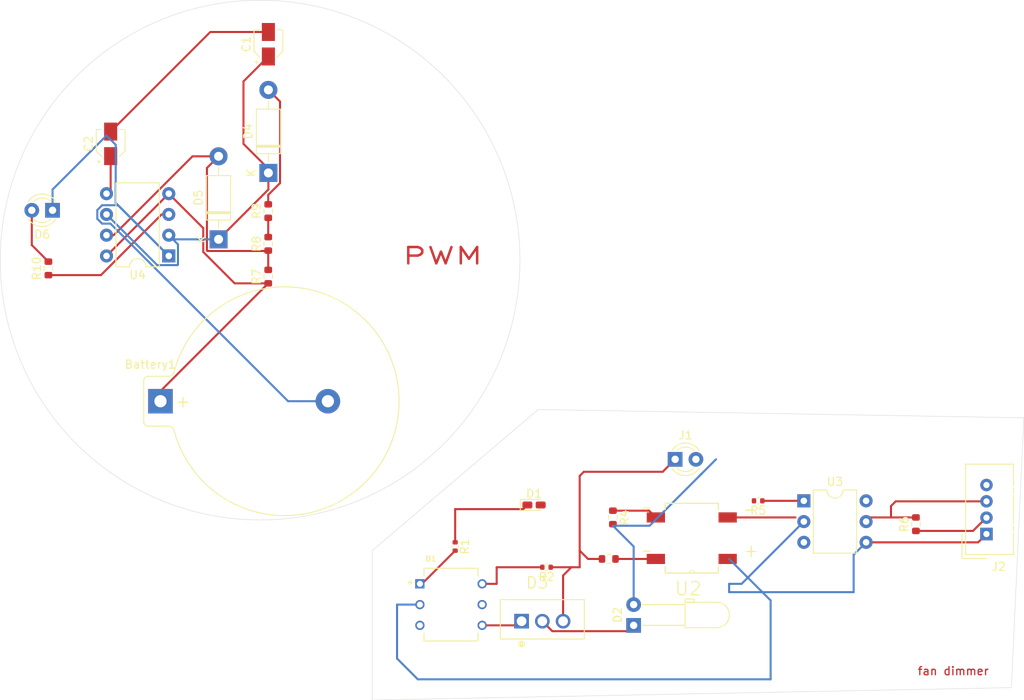
<source format=kicad_pcb>
(kicad_pcb (version 20171130) (host pcbnew "(5.1.10)-1")

  (general
    (thickness 1.6)
    (drawings 8)
    (tracks 114)
    (zones 0)
    (modules 25)
    (nets 25)
  )

  (page A4)
  (layers
    (0 F.Cu signal)
    (31 B.Cu signal)
    (32 B.Adhes user)
    (33 F.Adhes user)
    (34 B.Paste user)
    (35 F.Paste user)
    (36 B.SilkS user)
    (37 F.SilkS user)
    (38 B.Mask user)
    (39 F.Mask user)
    (40 Dwgs.User user)
    (41 Cmts.User user)
    (42 Eco1.User user)
    (43 Eco2.User user)
    (44 Edge.Cuts user)
    (45 Margin user)
    (46 B.CrtYd user)
    (47 F.CrtYd user)
    (48 B.Fab user)
    (49 F.Fab user)
  )

  (setup
    (last_trace_width 0.25)
    (trace_clearance 0.2)
    (zone_clearance 0.508)
    (zone_45_only no)
    (trace_min 0.2)
    (via_size 0.8)
    (via_drill 0.4)
    (via_min_size 0.4)
    (via_min_drill 0.3)
    (uvia_size 0.3)
    (uvia_drill 0.1)
    (uvias_allowed no)
    (uvia_min_size 0.2)
    (uvia_min_drill 0.1)
    (edge_width 0.05)
    (segment_width 0.2)
    (pcb_text_width 0.3)
    (pcb_text_size 1.5 1.5)
    (mod_edge_width 0.12)
    (mod_text_size 1 1)
    (mod_text_width 0.15)
    (pad_size 1.524 1.524)
    (pad_drill 0.762)
    (pad_to_mask_clearance 0)
    (aux_axis_origin 0 0)
    (visible_elements 7FFFFFFF)
    (pcbplotparams
      (layerselection 0x010fc_ffffffff)
      (usegerberextensions true)
      (usegerberattributes true)
      (usegerberadvancedattributes true)
      (creategerberjobfile true)
      (excludeedgelayer true)
      (linewidth 0.100000)
      (plotframeref true)
      (viasonmask false)
      (mode 1)
      (useauxorigin false)
      (hpglpennumber 1)
      (hpglpenspeed 20)
      (hpglpendiameter 15.000000)
      (psnegative false)
      (psa4output false)
      (plotreference true)
      (plotvalue true)
      (plotinvisibletext false)
      (padsonsilk false)
      (subtractmaskfromsilk false)
      (outputformat 1)
      (mirror false)
      (drillshape 0)
      (scaleselection 1)
      (outputdirectory "C:/Users/Ravi/Desktop/Pravallika/my kicad/fan dimmer/gerber/"))
  )

  (net 0 "")
  (net 1 PWM)
  (net 2 "Net-(D1-Pad1)")
  (net 3 "Net-(D2-Pad2)")
  (net 4 "Net-(D2-Pad1)")
  (net 5 "Net-(D3-Pad3)")
  (net 6 "Net-(D3-Pad1)")
  (net 7 "Net-(J2-Pad3)")
  (net 8 "Net-(J2-Pad2)")
  (net 9 GND)
  (net 10 "Net-(R1-Pad2)")
  (net 11 "Net-(R2-Pad2)")
  (net 12 "Net-(R3-Pad1)")
  (net 13 "Net-(R4-Pad1)")
  (net 14 "Net-(R5-Pad2)")
  (net 15 "Net-(R5-Pad1)")
  (net 16 "Net-(U3-Pad6)")
  (net 17 "Net-(U3-Pad3)")
  (net 18 "Net-(Battery1-Pad1)")
  (net 19 "Net-(C1-Pad1)")
  (net 20 "Net-(C2-Pad1)")
  (net 21 "Net-(D4-Pad2)")
  (net 22 "Net-(D5-Pad2)")
  (net 23 "Net-(D6-Pad2)")
  (net 24 "Net-(R8-Pad2)")

  (net_class Default "This is the default net class."
    (clearance 0.2)
    (trace_width 0.25)
    (via_dia 0.8)
    (via_drill 0.4)
    (uvia_dia 0.3)
    (uvia_drill 0.1)
    (add_net GND)
    (add_net "Net-(Battery1-Pad1)")
    (add_net "Net-(C1-Pad1)")
    (add_net "Net-(C2-Pad1)")
    (add_net "Net-(D1-Pad1)")
    (add_net "Net-(D2-Pad1)")
    (add_net "Net-(D2-Pad2)")
    (add_net "Net-(D3-Pad1)")
    (add_net "Net-(D3-Pad3)")
    (add_net "Net-(D4-Pad2)")
    (add_net "Net-(D5-Pad2)")
    (add_net "Net-(D6-Pad2)")
    (add_net "Net-(J2-Pad2)")
    (add_net "Net-(J2-Pad3)")
    (add_net "Net-(R1-Pad2)")
    (add_net "Net-(R2-Pad2)")
    (add_net "Net-(R3-Pad1)")
    (add_net "Net-(R4-Pad1)")
    (add_net "Net-(R5-Pad1)")
    (add_net "Net-(R5-Pad2)")
    (add_net "Net-(R8-Pad2)")
    (add_net "Net-(U3-Pad3)")
    (add_net "Net-(U3-Pad6)")
    (add_net PWM)
  )

  (module Battery:BatteryHolder_Keystone_107_1x23mm (layer F.Cu) (tedit 5787C387) (tstamp 618C3845)
    (at 116.332 62.484)
    (descr http://www.keyelco.com/product-pdf.cfm?p=746)
    (tags "Keystone type 107 battery holder")
    (path /618C1576)
    (fp_text reference Battery1 (at -1.25 -4.5) (layer F.SilkS)
      (effects (font (size 1 1) (thickness 0.15)))
    )
    (fp_text value 9v (at 15 15) (layer F.Fab)
      (effects (font (size 1 1) (thickness 0.15)))
    )
    (fp_line (start 0.95 -3.05) (end -1.5 -3.05) (layer F.SilkS) (width 0.12))
    (fp_line (start -1.5 3.05) (end 0.95 3.05) (layer F.SilkS) (width 0.12))
    (fp_line (start -2.05 -2.5) (end -2.05 2.5) (layer F.SilkS) (width 0.12))
    (fp_line (start 0.95 -2.9) (end -1.5 -2.9) (layer F.Fab) (width 0.1))
    (fp_line (start -1.5 2.9) (end 0.95 2.9) (layer F.Fab) (width 0.1))
    (fp_line (start -2.3 -2.5) (end -2.3 2.5) (layer F.CrtYd) (width 0.05))
    (fp_line (start 0.95 -3.3) (end -1.5 -3.3) (layer F.CrtYd) (width 0.05))
    (fp_line (start -1.5 3.3) (end 0.95 3.3) (layer F.CrtYd) (width 0.05))
    (fp_line (start -1.9 -2.5) (end -1.9 2.5) (layer F.Fab) (width 0.1))
    (fp_line (start 0 1.3) (end 16.2 1.3) (layer F.Fab) (width 0.1))
    (fp_line (start 16.2 -1.3) (end 0 -1.3) (layer F.Fab) (width 0.1))
    (fp_line (start 0 -1.3) (end 0 1.3) (layer F.Fab) (width 0.1))
    (fp_line (start 23.7236 7.8613) (end 25.3673 9.3907) (layer F.Fab) (width 0.1))
    (fp_line (start 23.7109 -7.8867) (end 25.3392 -9.4388) (layer F.Fab) (width 0.1))
    (fp_arc (start -1.5 -2.5) (end -1.9 -2.5) (angle 90) (layer F.Fab) (width 0.1))
    (fp_arc (start -1.5 2.5) (end -2.3 2.5) (angle -90) (layer F.CrtYd) (width 0.05))
    (fp_arc (start 16.2 0) (end 16.2 -1.3) (angle 180) (layer F.Fab) (width 0.1))
    (fp_arc (start 0.95 -3.8) (end 0.95 -3.3) (angle -70) (layer F.CrtYd) (width 0.05))
    (fp_arc (start 15.2 0) (end 3.7 -1.3) (angle 180) (layer F.Fab) (width 0.1))
    (fp_arc (start 15.2 0) (end 9 -1.3) (angle 170) (layer F.Fab) (width 0.1))
    (fp_arc (start 15.2 0) (end 13.3 -1.3) (angle 150) (layer F.Fab) (width 0.1))
    (fp_arc (start 15.2 0) (end 13.3 1.3) (angle -150) (layer F.Fab) (width 0.1))
    (fp_arc (start 15.2 0) (end 9 1.3) (angle -170) (layer F.Fab) (width 0.1))
    (fp_arc (start 15.2 0) (end 3.7 1.3) (angle -180) (layer F.Fab) (width 0.1))
    (fp_arc (start 15.2 0) (end 1.41 -3.6) (angle 165.5) (layer F.CrtYd) (width 0.05))
    (fp_arc (start 15.2 0) (end 1.41 3.6) (angle -165.5) (layer F.CrtYd) (width 0.05))
    (fp_arc (start 0.95 3.8) (end 0.95 3.3) (angle 70) (layer F.CrtYd) (width 0.05))
    (fp_arc (start -1.5 -2.5) (end -2.3 -2.5) (angle 90) (layer F.CrtYd) (width 0.05))
    (fp_arc (start -1.5 2.5) (end -1.9 2.5) (angle -90) (layer F.Fab) (width 0.1))
    (fp_arc (start -1.5 2.5) (end -2.05 2.5) (angle -90) (layer F.SilkS) (width 0.12))
    (fp_arc (start -1.5 -2.5) (end -2.05 -2.5) (angle 90) (layer F.SilkS) (width 0.12))
    (fp_arc (start 0.95 -3.8) (end 0.95 -2.9) (angle -70) (layer F.Fab) (width 0.1))
    (fp_arc (start 0.95 -3.8) (end 0.95 -3.05) (angle -70) (layer F.SilkS) (width 0.12))
    (fp_arc (start 0.95 3.8) (end 0.95 2.9) (angle 70) (layer F.Fab) (width 0.1))
    (fp_arc (start 0.95 3.8) (end 0.95 3.05) (angle 70) (layer F.SilkS) (width 0.12))
    (fp_arc (start 15.2 0) (end 1.8 -3.5) (angle 165.5) (layer F.Fab) (width 0.1))
    (fp_arc (start 15.2 0) (end 1.65 -3.52) (angle 165.5) (layer F.SilkS) (width 0.12))
    (fp_arc (start 15.2 0) (end 1.8 3.5) (angle -165.5) (layer F.Fab) (width 0.1))
    (fp_arc (start 15.2 0) (end 1.65 3.52) (angle -165.5) (layer F.SilkS) (width 0.12))
    (fp_text user %R (at 0 0) (layer F.Fab)
      (effects (font (size 1 1) (thickness 0.15)))
    )
    (fp_text user + (at 2.75 0) (layer F.SilkS)
      (effects (font (size 1.5 1.5) (thickness 0.15)))
    )
    (pad 1 thru_hole rect (at 0 0) (size 3 3) (drill 1.5) (layers *.Cu *.Mask)
      (net 18 "Net-(Battery1-Pad1)"))
    (pad 2 thru_hole circle (at 20.49 0) (size 3 3) (drill 1.5) (layers *.Cu *.Mask)
      (net 9 GND))
    (model ${KISYS3DMOD}/Battery.3dshapes/BatteryHolder_Keystone_107_1x23mm.wrl
      (at (xyz 0 0 0))
      (scale (xyz 1 1 1))
      (rotate (xyz 0 0 0))
    )
  )

  (module Capacitor_SMD:CP_Elec_3x5.3 (layer F.Cu) (tedit 5B303299) (tstamp 618C3893)
    (at 110.236 30.988 90)
    (descr "SMT capacitor, aluminium electrolytic, 3x5.3, Cornell Dubilier Electronics ")
    (tags "Capacitor Electrolytic")
    (path /618E8F7D)
    (attr smd)
    (fp_text reference C2 (at 0 -2.7 90) (layer F.SilkS)
      (effects (font (size 1 1) (thickness 0.15)))
    )
    (fp_text value 10nF (at 0 2.7 90) (layer F.Fab)
      (effects (font (size 1 1) (thickness 0.15)))
    )
    (fp_circle (center 0 0) (end 1.5 0) (layer F.Fab) (width 0.1))
    (fp_line (start 1.65 -1.65) (end 1.65 1.65) (layer F.Fab) (width 0.1))
    (fp_line (start -0.825 -1.65) (end 1.65 -1.65) (layer F.Fab) (width 0.1))
    (fp_line (start -0.825 1.65) (end 1.65 1.65) (layer F.Fab) (width 0.1))
    (fp_line (start -1.65 -0.825) (end -1.65 0.825) (layer F.Fab) (width 0.1))
    (fp_line (start -1.65 -0.825) (end -0.825 -1.65) (layer F.Fab) (width 0.1))
    (fp_line (start -1.65 0.825) (end -0.825 1.65) (layer F.Fab) (width 0.1))
    (fp_line (start -1.110469 -0.8) (end -0.810469 -0.8) (layer F.Fab) (width 0.1))
    (fp_line (start -0.960469 -0.95) (end -0.960469 -0.65) (layer F.Fab) (width 0.1))
    (fp_line (start 1.76 1.76) (end 1.76 1.06) (layer F.SilkS) (width 0.12))
    (fp_line (start 1.76 -1.76) (end 1.76 -1.06) (layer F.SilkS) (width 0.12))
    (fp_line (start -0.870563 -1.76) (end 1.76 -1.76) (layer F.SilkS) (width 0.12))
    (fp_line (start -0.870563 1.76) (end 1.76 1.76) (layer F.SilkS) (width 0.12))
    (fp_line (start -1.570563 -1.06) (end -0.870563 -1.76) (layer F.SilkS) (width 0.12))
    (fp_line (start -1.570563 1.06) (end -0.870563 1.76) (layer F.SilkS) (width 0.12))
    (fp_line (start -2.375 -1.435) (end -2 -1.435) (layer F.SilkS) (width 0.12))
    (fp_line (start -2.1875 -1.6225) (end -2.1875 -1.2475) (layer F.SilkS) (width 0.12))
    (fp_line (start 1.9 -1.9) (end 1.9 -1.05) (layer F.CrtYd) (width 0.05))
    (fp_line (start 1.9 -1.05) (end 2.85 -1.05) (layer F.CrtYd) (width 0.05))
    (fp_line (start 2.85 -1.05) (end 2.85 1.05) (layer F.CrtYd) (width 0.05))
    (fp_line (start 2.85 1.05) (end 1.9 1.05) (layer F.CrtYd) (width 0.05))
    (fp_line (start 1.9 1.05) (end 1.9 1.9) (layer F.CrtYd) (width 0.05))
    (fp_line (start -0.93 1.9) (end 1.9 1.9) (layer F.CrtYd) (width 0.05))
    (fp_line (start -0.93 -1.9) (end 1.9 -1.9) (layer F.CrtYd) (width 0.05))
    (fp_line (start -1.78 1.05) (end -0.93 1.9) (layer F.CrtYd) (width 0.05))
    (fp_line (start -1.78 -1.05) (end -0.93 -1.9) (layer F.CrtYd) (width 0.05))
    (fp_line (start -1.78 -1.05) (end -2.85 -1.05) (layer F.CrtYd) (width 0.05))
    (fp_line (start -2.85 -1.05) (end -2.85 1.05) (layer F.CrtYd) (width 0.05))
    (fp_line (start -2.85 1.05) (end -1.78 1.05) (layer F.CrtYd) (width 0.05))
    (fp_text user %R (at 0 0 90) (layer F.Fab)
      (effects (font (size 0.6 0.6) (thickness 0.09)))
    )
    (pad 2 smd rect (at 1.5 0 90) (size 2.2 1.6) (layers F.Cu F.Paste F.Mask)
      (net 9 GND))
    (pad 1 smd rect (at -1.5 0 90) (size 2.2 1.6) (layers F.Cu F.Paste F.Mask)
      (net 20 "Net-(C2-Pad1)"))
    (model ${KISYS3DMOD}/Capacitor_SMD.3dshapes/CP_Elec_3x5.3.wrl
      (at (xyz 0 0 0))
      (scale (xyz 1 1 1))
      (rotate (xyz 0 0 0))
    )
  )

  (module Capacitor_SMD:CP_Elec_3x5.3 (layer F.Cu) (tedit 5B303299) (tstamp 618C386C)
    (at 129.54 18.796 90)
    (descr "SMT capacitor, aluminium electrolytic, 3x5.3, Cornell Dubilier Electronics ")
    (tags "Capacitor Electrolytic")
    (path /618C4C27)
    (attr smd)
    (fp_text reference C1 (at 0 -2.7 90) (layer F.SilkS)
      (effects (font (size 1 1) (thickness 0.15)))
    )
    (fp_text value 47nF (at 0 2.7 90) (layer F.Fab)
      (effects (font (size 1 1) (thickness 0.15)))
    )
    (fp_circle (center 0 0) (end 1.5 0) (layer F.Fab) (width 0.1))
    (fp_line (start 1.65 -1.65) (end 1.65 1.65) (layer F.Fab) (width 0.1))
    (fp_line (start -0.825 -1.65) (end 1.65 -1.65) (layer F.Fab) (width 0.1))
    (fp_line (start -0.825 1.65) (end 1.65 1.65) (layer F.Fab) (width 0.1))
    (fp_line (start -1.65 -0.825) (end -1.65 0.825) (layer F.Fab) (width 0.1))
    (fp_line (start -1.65 -0.825) (end -0.825 -1.65) (layer F.Fab) (width 0.1))
    (fp_line (start -1.65 0.825) (end -0.825 1.65) (layer F.Fab) (width 0.1))
    (fp_line (start -1.110469 -0.8) (end -0.810469 -0.8) (layer F.Fab) (width 0.1))
    (fp_line (start -0.960469 -0.95) (end -0.960469 -0.65) (layer F.Fab) (width 0.1))
    (fp_line (start 1.76 1.76) (end 1.76 1.06) (layer F.SilkS) (width 0.12))
    (fp_line (start 1.76 -1.76) (end 1.76 -1.06) (layer F.SilkS) (width 0.12))
    (fp_line (start -0.870563 -1.76) (end 1.76 -1.76) (layer F.SilkS) (width 0.12))
    (fp_line (start -0.870563 1.76) (end 1.76 1.76) (layer F.SilkS) (width 0.12))
    (fp_line (start -1.570563 -1.06) (end -0.870563 -1.76) (layer F.SilkS) (width 0.12))
    (fp_line (start -1.570563 1.06) (end -0.870563 1.76) (layer F.SilkS) (width 0.12))
    (fp_line (start -2.375 -1.435) (end -2 -1.435) (layer F.SilkS) (width 0.12))
    (fp_line (start -2.1875 -1.6225) (end -2.1875 -1.2475) (layer F.SilkS) (width 0.12))
    (fp_line (start 1.9 -1.9) (end 1.9 -1.05) (layer F.CrtYd) (width 0.05))
    (fp_line (start 1.9 -1.05) (end 2.85 -1.05) (layer F.CrtYd) (width 0.05))
    (fp_line (start 2.85 -1.05) (end 2.85 1.05) (layer F.CrtYd) (width 0.05))
    (fp_line (start 2.85 1.05) (end 1.9 1.05) (layer F.CrtYd) (width 0.05))
    (fp_line (start 1.9 1.05) (end 1.9 1.9) (layer F.CrtYd) (width 0.05))
    (fp_line (start -0.93 1.9) (end 1.9 1.9) (layer F.CrtYd) (width 0.05))
    (fp_line (start -0.93 -1.9) (end 1.9 -1.9) (layer F.CrtYd) (width 0.05))
    (fp_line (start -1.78 1.05) (end -0.93 1.9) (layer F.CrtYd) (width 0.05))
    (fp_line (start -1.78 -1.05) (end -0.93 -1.9) (layer F.CrtYd) (width 0.05))
    (fp_line (start -1.78 -1.05) (end -2.85 -1.05) (layer F.CrtYd) (width 0.05))
    (fp_line (start -2.85 -1.05) (end -2.85 1.05) (layer F.CrtYd) (width 0.05))
    (fp_line (start -2.85 1.05) (end -1.78 1.05) (layer F.CrtYd) (width 0.05))
    (fp_text user %R (at 0 0 90) (layer F.Fab)
      (effects (font (size 0.6 0.6) (thickness 0.09)))
    )
    (pad 2 smd rect (at 1.5 0 90) (size 2.2 1.6) (layers F.Cu F.Paste F.Mask)
      (net 9 GND))
    (pad 1 smd rect (at -1.5 0 90) (size 2.2 1.6) (layers F.Cu F.Paste F.Mask)
      (net 19 "Net-(C1-Pad1)"))
    (model ${KISYS3DMOD}/Capacitor_SMD.3dshapes/CP_Elec_3x5.3.wrl
      (at (xyz 0 0 0))
      (scale (xyz 1 1 1))
      (rotate (xyz 0 0 0))
    )
  )

  (module Package_DIP:DIP-8_W7.62mm (layer F.Cu) (tedit 5A02E8C5) (tstamp 618C3BAE)
    (at 117.348 44.704 180)
    (descr "8-lead though-hole mounted DIP package, row spacing 7.62 mm (300 mils)")
    (tags "THT DIP DIL PDIP 2.54mm 7.62mm 300mil")
    (path /618CDAEB)
    (fp_text reference U4 (at 3.81 -2.33) (layer F.SilkS)
      (effects (font (size 1 1) (thickness 0.15)))
    )
    (fp_text value LM555xN (at 3.81 9.95) (layer F.Fab)
      (effects (font (size 1 1) (thickness 0.15)))
    )
    (fp_line (start 1.635 -1.27) (end 6.985 -1.27) (layer F.Fab) (width 0.1))
    (fp_line (start 6.985 -1.27) (end 6.985 8.89) (layer F.Fab) (width 0.1))
    (fp_line (start 6.985 8.89) (end 0.635 8.89) (layer F.Fab) (width 0.1))
    (fp_line (start 0.635 8.89) (end 0.635 -0.27) (layer F.Fab) (width 0.1))
    (fp_line (start 0.635 -0.27) (end 1.635 -1.27) (layer F.Fab) (width 0.1))
    (fp_line (start 2.81 -1.33) (end 1.16 -1.33) (layer F.SilkS) (width 0.12))
    (fp_line (start 1.16 -1.33) (end 1.16 8.95) (layer F.SilkS) (width 0.12))
    (fp_line (start 1.16 8.95) (end 6.46 8.95) (layer F.SilkS) (width 0.12))
    (fp_line (start 6.46 8.95) (end 6.46 -1.33) (layer F.SilkS) (width 0.12))
    (fp_line (start 6.46 -1.33) (end 4.81 -1.33) (layer F.SilkS) (width 0.12))
    (fp_line (start -1.1 -1.55) (end -1.1 9.15) (layer F.CrtYd) (width 0.05))
    (fp_line (start -1.1 9.15) (end 8.7 9.15) (layer F.CrtYd) (width 0.05))
    (fp_line (start 8.7 9.15) (end 8.7 -1.55) (layer F.CrtYd) (width 0.05))
    (fp_line (start 8.7 -1.55) (end -1.1 -1.55) (layer F.CrtYd) (width 0.05))
    (fp_text user %R (at 3.81 3.81) (layer F.Fab)
      (effects (font (size 1 1) (thickness 0.15)))
    )
    (fp_arc (start 3.81 -1.33) (end 2.81 -1.33) (angle -180) (layer F.SilkS) (width 0.12))
    (pad 8 thru_hole oval (at 7.62 0 180) (size 1.6 1.6) (drill 0.8) (layers *.Cu *.Mask)
      (net 18 "Net-(Battery1-Pad1)"))
    (pad 4 thru_hole oval (at 0 7.62 180) (size 1.6 1.6) (drill 0.8) (layers *.Cu *.Mask)
      (net 18 "Net-(Battery1-Pad1)"))
    (pad 7 thru_hole oval (at 7.62 2.54 180) (size 1.6 1.6) (drill 0.8) (layers *.Cu *.Mask)
      (net 22 "Net-(D5-Pad2)"))
    (pad 3 thru_hole oval (at 0 5.08 180) (size 1.6 1.6) (drill 0.8) (layers *.Cu *.Mask)
      (net 1 PWM))
    (pad 6 thru_hole oval (at 7.62 5.08 180) (size 1.6 1.6) (drill 0.8) (layers *.Cu *.Mask)
      (net 19 "Net-(C1-Pad1)"))
    (pad 2 thru_hole oval (at 0 2.54 180) (size 1.6 1.6) (drill 0.8) (layers *.Cu *.Mask)
      (net 19 "Net-(C1-Pad1)"))
    (pad 5 thru_hole oval (at 7.62 7.62 180) (size 1.6 1.6) (drill 0.8) (layers *.Cu *.Mask)
      (net 20 "Net-(C2-Pad1)"))
    (pad 1 thru_hole rect (at 0 0 180) (size 1.6 1.6) (drill 0.8) (layers *.Cu *.Mask)
      (net 9 GND))
    (model ${KISYS3DMOD}/Package_DIP.3dshapes/DIP-8_W7.62mm.wrl
      (at (xyz 0 0 0))
      (scale (xyz 1 1 1))
      (rotate (xyz 0 0 0))
    )
  )

  (module Resistor_SMD:R_0603_1608Metric (layer F.Cu) (tedit 5F68FEEE) (tstamp 618C3AD2)
    (at 102.616 46.228 90)
    (descr "Resistor SMD 0603 (1608 Metric), square (rectangular) end terminal, IPC_7351 nominal, (Body size source: IPC-SM-782 page 72, https://www.pcb-3d.com/wordpress/wp-content/uploads/ipc-sm-782a_amendment_1_and_2.pdf), generated with kicad-footprint-generator")
    (tags resistor)
    (path /618D7E60)
    (attr smd)
    (fp_text reference R10 (at 0 -1.43 90) (layer F.SilkS)
      (effects (font (size 1 1) (thickness 0.15)))
    )
    (fp_text value 220 (at 0 1.43 90) (layer F.Fab)
      (effects (font (size 1 1) (thickness 0.15)))
    )
    (fp_line (start -0.8 0.4125) (end -0.8 -0.4125) (layer F.Fab) (width 0.1))
    (fp_line (start -0.8 -0.4125) (end 0.8 -0.4125) (layer F.Fab) (width 0.1))
    (fp_line (start 0.8 -0.4125) (end 0.8 0.4125) (layer F.Fab) (width 0.1))
    (fp_line (start 0.8 0.4125) (end -0.8 0.4125) (layer F.Fab) (width 0.1))
    (fp_line (start -0.237258 -0.5225) (end 0.237258 -0.5225) (layer F.SilkS) (width 0.12))
    (fp_line (start -0.237258 0.5225) (end 0.237258 0.5225) (layer F.SilkS) (width 0.12))
    (fp_line (start -1.48 0.73) (end -1.48 -0.73) (layer F.CrtYd) (width 0.05))
    (fp_line (start -1.48 -0.73) (end 1.48 -0.73) (layer F.CrtYd) (width 0.05))
    (fp_line (start 1.48 -0.73) (end 1.48 0.73) (layer F.CrtYd) (width 0.05))
    (fp_line (start 1.48 0.73) (end -1.48 0.73) (layer F.CrtYd) (width 0.05))
    (fp_text user %R (at 0 0 90) (layer F.Fab)
      (effects (font (size 0.4 0.4) (thickness 0.06)))
    )
    (pad 2 smd roundrect (at 0.825 0 90) (size 0.8 0.95) (layers F.Cu F.Paste F.Mask) (roundrect_rratio 0.25)
      (net 23 "Net-(D6-Pad2)"))
    (pad 1 smd roundrect (at -0.825 0 90) (size 0.8 0.95) (layers F.Cu F.Paste F.Mask) (roundrect_rratio 0.25)
      (net 1 PWM))
    (model ${KISYS3DMOD}/Resistor_SMD.3dshapes/R_0603_1608Metric.wrl
      (at (xyz 0 0 0))
      (scale (xyz 1 1 1))
      (rotate (xyz 0 0 0))
    )
  )

  (module Resistor_SMD:R_0603_1608Metric (layer F.Cu) (tedit 5F68FEEE) (tstamp 618C3AC1)
    (at 129.519827 39.214 90)
    (descr "Resistor SMD 0603 (1608 Metric), square (rectangular) end terminal, IPC_7351 nominal, (Body size source: IPC-SM-782 page 72, https://www.pcb-3d.com/wordpress/wp-content/uploads/ipc-sm-782a_amendment_1_and_2.pdf), generated with kicad-footprint-generator")
    (tags resistor)
    (path /618C3EDE)
    (attr smd)
    (fp_text reference R9 (at 0 -1.43 90) (layer F.SilkS)
      (effects (font (size 1 1) (thickness 0.15)))
    )
    (fp_text value 10k (at 0 1.43 90) (layer F.Fab)
      (effects (font (size 1 1) (thickness 0.15)))
    )
    (fp_line (start -0.8 0.4125) (end -0.8 -0.4125) (layer F.Fab) (width 0.1))
    (fp_line (start -0.8 -0.4125) (end 0.8 -0.4125) (layer F.Fab) (width 0.1))
    (fp_line (start 0.8 -0.4125) (end 0.8 0.4125) (layer F.Fab) (width 0.1))
    (fp_line (start 0.8 0.4125) (end -0.8 0.4125) (layer F.Fab) (width 0.1))
    (fp_line (start -0.237258 -0.5225) (end 0.237258 -0.5225) (layer F.SilkS) (width 0.12))
    (fp_line (start -0.237258 0.5225) (end 0.237258 0.5225) (layer F.SilkS) (width 0.12))
    (fp_line (start -1.48 0.73) (end -1.48 -0.73) (layer F.CrtYd) (width 0.05))
    (fp_line (start -1.48 -0.73) (end 1.48 -0.73) (layer F.CrtYd) (width 0.05))
    (fp_line (start 1.48 -0.73) (end 1.48 0.73) (layer F.CrtYd) (width 0.05))
    (fp_line (start 1.48 0.73) (end -1.48 0.73) (layer F.CrtYd) (width 0.05))
    (fp_text user %R (at 0 0 90) (layer F.Fab)
      (effects (font (size 0.4 0.4) (thickness 0.06)))
    )
    (pad 2 smd roundrect (at 0.825 0 90) (size 0.8 0.95) (layers F.Cu F.Paste F.Mask) (roundrect_rratio 0.25)
      (net 21 "Net-(D4-Pad2)"))
    (pad 1 smd roundrect (at -0.825 0 90) (size 0.8 0.95) (layers F.Cu F.Paste F.Mask) (roundrect_rratio 0.25)
      (net 24 "Net-(R8-Pad2)"))
    (model ${KISYS3DMOD}/Resistor_SMD.3dshapes/R_0603_1608Metric.wrl
      (at (xyz 0 0 0))
      (scale (xyz 1 1 1))
      (rotate (xyz 0 0 0))
    )
  )

  (module Resistor_SMD:R_0603_1608Metric (layer F.Cu) (tedit 5F68FEEE) (tstamp 618C3AB0)
    (at 129.519827 43.224 90)
    (descr "Resistor SMD 0603 (1608 Metric), square (rectangular) end terminal, IPC_7351 nominal, (Body size source: IPC-SM-782 page 72, https://www.pcb-3d.com/wordpress/wp-content/uploads/ipc-sm-782a_amendment_1_and_2.pdf), generated with kicad-footprint-generator")
    (tags resistor)
    (path /618C39F6)
    (attr smd)
    (fp_text reference R8 (at 0 -1.43 90) (layer F.SilkS)
      (effects (font (size 1 1) (thickness 0.15)))
    )
    (fp_text value 100k (at 0 1.43 90) (layer F.Fab)
      (effects (font (size 1 1) (thickness 0.15)))
    )
    (fp_line (start -0.8 0.4125) (end -0.8 -0.4125) (layer F.Fab) (width 0.1))
    (fp_line (start -0.8 -0.4125) (end 0.8 -0.4125) (layer F.Fab) (width 0.1))
    (fp_line (start 0.8 -0.4125) (end 0.8 0.4125) (layer F.Fab) (width 0.1))
    (fp_line (start 0.8 0.4125) (end -0.8 0.4125) (layer F.Fab) (width 0.1))
    (fp_line (start -0.237258 -0.5225) (end 0.237258 -0.5225) (layer F.SilkS) (width 0.12))
    (fp_line (start -0.237258 0.5225) (end 0.237258 0.5225) (layer F.SilkS) (width 0.12))
    (fp_line (start -1.48 0.73) (end -1.48 -0.73) (layer F.CrtYd) (width 0.05))
    (fp_line (start -1.48 -0.73) (end 1.48 -0.73) (layer F.CrtYd) (width 0.05))
    (fp_line (start 1.48 -0.73) (end 1.48 0.73) (layer F.CrtYd) (width 0.05))
    (fp_line (start 1.48 0.73) (end -1.48 0.73) (layer F.CrtYd) (width 0.05))
    (fp_text user %R (at 0 0 90) (layer F.Fab)
      (effects (font (size 0.4 0.4) (thickness 0.06)))
    )
    (pad 2 smd roundrect (at 0.825 0 90) (size 0.8 0.95) (layers F.Cu F.Paste F.Mask) (roundrect_rratio 0.25)
      (net 24 "Net-(R8-Pad2)"))
    (pad 1 smd roundrect (at -0.825 0 90) (size 0.8 0.95) (layers F.Cu F.Paste F.Mask) (roundrect_rratio 0.25)
      (net 22 "Net-(D5-Pad2)"))
    (model ${KISYS3DMOD}/Resistor_SMD.3dshapes/R_0603_1608Metric.wrl
      (at (xyz 0 0 0))
      (scale (xyz 1 1 1))
      (rotate (xyz 0 0 0))
    )
  )

  (module Resistor_SMD:R_0603_1608Metric (layer F.Cu) (tedit 5F68FEEE) (tstamp 618C3A9F)
    (at 129.519827 47.234 90)
    (descr "Resistor SMD 0603 (1608 Metric), square (rectangular) end terminal, IPC_7351 nominal, (Body size source: IPC-SM-782 page 72, https://www.pcb-3d.com/wordpress/wp-content/uploads/ipc-sm-782a_amendment_1_and_2.pdf), generated with kicad-footprint-generator")
    (tags resistor)
    (path /618C33A4)
    (attr smd)
    (fp_text reference R7 (at 0 -1.43 90) (layer F.SilkS)
      (effects (font (size 1 1) (thickness 0.15)))
    )
    (fp_text value 10k (at 0 1.43 90) (layer F.Fab)
      (effects (font (size 1 1) (thickness 0.15)))
    )
    (fp_line (start -0.8 0.4125) (end -0.8 -0.4125) (layer F.Fab) (width 0.1))
    (fp_line (start -0.8 -0.4125) (end 0.8 -0.4125) (layer F.Fab) (width 0.1))
    (fp_line (start 0.8 -0.4125) (end 0.8 0.4125) (layer F.Fab) (width 0.1))
    (fp_line (start 0.8 0.4125) (end -0.8 0.4125) (layer F.Fab) (width 0.1))
    (fp_line (start -0.237258 -0.5225) (end 0.237258 -0.5225) (layer F.SilkS) (width 0.12))
    (fp_line (start -0.237258 0.5225) (end 0.237258 0.5225) (layer F.SilkS) (width 0.12))
    (fp_line (start -1.48 0.73) (end -1.48 -0.73) (layer F.CrtYd) (width 0.05))
    (fp_line (start -1.48 -0.73) (end 1.48 -0.73) (layer F.CrtYd) (width 0.05))
    (fp_line (start 1.48 -0.73) (end 1.48 0.73) (layer F.CrtYd) (width 0.05))
    (fp_line (start 1.48 0.73) (end -1.48 0.73) (layer F.CrtYd) (width 0.05))
    (fp_text user %R (at 0 0 90) (layer F.Fab)
      (effects (font (size 0.4 0.4) (thickness 0.06)))
    )
    (pad 2 smd roundrect (at 0.825 0 90) (size 0.8 0.95) (layers F.Cu F.Paste F.Mask) (roundrect_rratio 0.25)
      (net 22 "Net-(D5-Pad2)"))
    (pad 1 smd roundrect (at -0.825 0 90) (size 0.8 0.95) (layers F.Cu F.Paste F.Mask) (roundrect_rratio 0.25)
      (net 18 "Net-(Battery1-Pad1)"))
    (model ${KISYS3DMOD}/Resistor_SMD.3dshapes/R_0603_1608Metric.wrl
      (at (xyz 0 0 0))
      (scale (xyz 1 1 1))
      (rotate (xyz 0 0 0))
    )
  )

  (module LED_THT:LED_D3.0mm_Clear (layer F.Cu) (tedit 5A6C9BC0) (tstamp 618ADFB2)
    (at 179.324 69.596)
    (descr "IR-LED, diameter 3.0mm, 2 pins, color: clear")
    (tags "IR infrared LED diameter 3.0mm 2 pins clear")
    (path /618A9D94)
    (fp_text reference J1 (at 1.27 -2.96) (layer F.SilkS)
      (effects (font (size 1 1) (thickness 0.15)))
    )
    (fp_text value Conn_01x02_Male (at 1.27 2.96) (layer F.Fab)
      (effects (font (size 1 1) (thickness 0.15)))
    )
    (fp_line (start -0.23 -1.16619) (end -0.23 1.16619) (layer F.Fab) (width 0.1))
    (fp_line (start -0.29 -1.236) (end -0.29 -1.08) (layer F.SilkS) (width 0.12))
    (fp_line (start -0.29 1.08) (end -0.29 1.236) (layer F.SilkS) (width 0.12))
    (fp_line (start -1.15 -2.25) (end -1.15 2.25) (layer F.CrtYd) (width 0.05))
    (fp_line (start -1.15 2.25) (end 3.7 2.25) (layer F.CrtYd) (width 0.05))
    (fp_line (start 3.7 2.25) (end 3.7 -2.25) (layer F.CrtYd) (width 0.05))
    (fp_line (start 3.7 -2.25) (end -1.15 -2.25) (layer F.CrtYd) (width 0.05))
    (fp_circle (center 1.27 0) (end 2.77 0) (layer F.Fab) (width 0.1))
    (fp_arc (start 1.27 0) (end 0.229039 1.08) (angle -87.9) (layer F.SilkS) (width 0.12))
    (fp_arc (start 1.27 0) (end 0.229039 -1.08) (angle 87.9) (layer F.SilkS) (width 0.12))
    (fp_arc (start 1.27 0) (end -0.29 1.235516) (angle -108.8) (layer F.SilkS) (width 0.12))
    (fp_arc (start 1.27 0) (end -0.29 -1.235516) (angle 108.8) (layer F.SilkS) (width 0.12))
    (fp_arc (start 1.27 0) (end -0.23 -1.16619) (angle 284.3) (layer F.Fab) (width 0.1))
    (fp_text user %R (at 1.47 0) (layer F.Fab)
      (effects (font (size 0.8 0.8) (thickness 0.12)))
    )
    (pad 2 thru_hole circle (at 2.54 0) (size 1.8 1.8) (drill 0.9) (layers *.Cu *.Mask)
      (net 3 "Net-(D2-Pad2)"))
    (pad 1 thru_hole rect (at 0 0) (size 1.8 1.8) (drill 0.9) (layers *.Cu *.Mask)
      (net 5 "Net-(D3-Pad3)"))
    (model ${KISYS3DMOD}/LED_THT.3dshapes/LED_D3.0mm_Clear.wrl
      (at (xyz 0 0 0))
      (scale (xyz 1 1 1))
      (rotate (xyz 0 0 0))
    )
  )

  (module LED_THT:LED_D3.0mm_Clear (layer F.Cu) (tedit 5A6C9BC0) (tstamp 618C3983)
    (at 103.124 39.116 180)
    (descr "IR-LED, diameter 3.0mm, 2 pins, color: clear")
    (tags "IR infrared LED diameter 3.0mm 2 pins clear")
    (path /618D87C9)
    (fp_text reference D6 (at 1.27 -2.96) (layer F.SilkS)
      (effects (font (size 1 1) (thickness 0.15)))
    )
    (fp_text value LED (at 1.27 2.96) (layer F.Fab)
      (effects (font (size 1 1) (thickness 0.15)))
    )
    (fp_line (start -0.23 -1.16619) (end -0.23 1.16619) (layer F.Fab) (width 0.1))
    (fp_line (start -0.29 -1.236) (end -0.29 -1.08) (layer F.SilkS) (width 0.12))
    (fp_line (start -0.29 1.08) (end -0.29 1.236) (layer F.SilkS) (width 0.12))
    (fp_line (start -1.15 -2.25) (end -1.15 2.25) (layer F.CrtYd) (width 0.05))
    (fp_line (start -1.15 2.25) (end 3.7 2.25) (layer F.CrtYd) (width 0.05))
    (fp_line (start 3.7 2.25) (end 3.7 -2.25) (layer F.CrtYd) (width 0.05))
    (fp_line (start 3.7 -2.25) (end -1.15 -2.25) (layer F.CrtYd) (width 0.05))
    (fp_circle (center 1.27 0) (end 2.77 0) (layer F.Fab) (width 0.1))
    (fp_arc (start 1.27 0) (end 0.229039 1.08) (angle -87.9) (layer F.SilkS) (width 0.12))
    (fp_arc (start 1.27 0) (end 0.229039 -1.08) (angle 87.9) (layer F.SilkS) (width 0.12))
    (fp_arc (start 1.27 0) (end -0.29 1.235516) (angle -108.8) (layer F.SilkS) (width 0.12))
    (fp_arc (start 1.27 0) (end -0.29 -1.235516) (angle 108.8) (layer F.SilkS) (width 0.12))
    (fp_arc (start 1.27 0) (end -0.23 -1.16619) (angle 284.3) (layer F.Fab) (width 0.1))
    (fp_text user %R (at 1.47 0) (layer F.Fab)
      (effects (font (size 0.8 0.8) (thickness 0.12)))
    )
    (pad 2 thru_hole circle (at 2.54 0 180) (size 1.8 1.8) (drill 0.9) (layers *.Cu *.Mask)
      (net 23 "Net-(D6-Pad2)"))
    (pad 1 thru_hole rect (at 0 0 180) (size 1.8 1.8) (drill 0.9) (layers *.Cu *.Mask)
      (net 9 GND))
    (model ${KISYS3DMOD}/LED_THT.3dshapes/LED_D3.0mm_Clear.wrl
      (at (xyz 0 0 0))
      (scale (xyz 1 1 1))
      (rotate (xyz 0 0 0))
    )
  )

  (module Diode_THT:D_DO-41_SOD81_P10.16mm_Horizontal (layer F.Cu) (tedit 5AE50CD5) (tstamp 618C396F)
    (at 123.444 42.672 90)
    (descr "Diode, DO-41_SOD81 series, Axial, Horizontal, pin pitch=10.16mm, , length*diameter=5.2*2.7mm^2, , http://www.diodes.com/_files/packages/DO-41%20(Plastic).pdf")
    (tags "Diode DO-41_SOD81 series Axial Horizontal pin pitch 10.16mm  length 5.2mm diameter 2.7mm")
    (path /61905D92)
    (fp_text reference D5 (at 5.08 -2.47 90) (layer F.SilkS)
      (effects (font (size 1 1) (thickness 0.15)))
    )
    (fp_text value 1N4007 (at 5.08 2.47 90) (layer F.Fab)
      (effects (font (size 1 1) (thickness 0.15)))
    )
    (fp_line (start 2.48 -1.35) (end 2.48 1.35) (layer F.Fab) (width 0.1))
    (fp_line (start 2.48 1.35) (end 7.68 1.35) (layer F.Fab) (width 0.1))
    (fp_line (start 7.68 1.35) (end 7.68 -1.35) (layer F.Fab) (width 0.1))
    (fp_line (start 7.68 -1.35) (end 2.48 -1.35) (layer F.Fab) (width 0.1))
    (fp_line (start 0 0) (end 2.48 0) (layer F.Fab) (width 0.1))
    (fp_line (start 10.16 0) (end 7.68 0) (layer F.Fab) (width 0.1))
    (fp_line (start 3.26 -1.35) (end 3.26 1.35) (layer F.Fab) (width 0.1))
    (fp_line (start 3.36 -1.35) (end 3.36 1.35) (layer F.Fab) (width 0.1))
    (fp_line (start 3.16 -1.35) (end 3.16 1.35) (layer F.Fab) (width 0.1))
    (fp_line (start 2.36 -1.47) (end 2.36 1.47) (layer F.SilkS) (width 0.12))
    (fp_line (start 2.36 1.47) (end 7.8 1.47) (layer F.SilkS) (width 0.12))
    (fp_line (start 7.8 1.47) (end 7.8 -1.47) (layer F.SilkS) (width 0.12))
    (fp_line (start 7.8 -1.47) (end 2.36 -1.47) (layer F.SilkS) (width 0.12))
    (fp_line (start 1.34 0) (end 2.36 0) (layer F.SilkS) (width 0.12))
    (fp_line (start 8.82 0) (end 7.8 0) (layer F.SilkS) (width 0.12))
    (fp_line (start 3.26 -1.47) (end 3.26 1.47) (layer F.SilkS) (width 0.12))
    (fp_line (start 3.38 -1.47) (end 3.38 1.47) (layer F.SilkS) (width 0.12))
    (fp_line (start 3.14 -1.47) (end 3.14 1.47) (layer F.SilkS) (width 0.12))
    (fp_line (start -1.35 -1.6) (end -1.35 1.6) (layer F.CrtYd) (width 0.05))
    (fp_line (start -1.35 1.6) (end 11.51 1.6) (layer F.CrtYd) (width 0.05))
    (fp_line (start 11.51 1.6) (end 11.51 -1.6) (layer F.CrtYd) (width 0.05))
    (fp_line (start 11.51 -1.6) (end -1.35 -1.6) (layer F.CrtYd) (width 0.05))
    (fp_text user K (at 0 -2.1 90) (layer F.SilkS)
      (effects (font (size 1 1) (thickness 0.15)))
    )
    (fp_text user K (at 0 -2.1 90) (layer F.Fab)
      (effects (font (size 1 1) (thickness 0.15)))
    )
    (fp_text user %R (at 5.47 0 90) (layer F.Fab)
      (effects (font (size 1 1) (thickness 0.15)))
    )
    (pad 2 thru_hole oval (at 10.16 0 90) (size 2.2 2.2) (drill 1.1) (layers *.Cu *.Mask)
      (net 22 "Net-(D5-Pad2)"))
    (pad 1 thru_hole rect (at 0 0 90) (size 2.2 2.2) (drill 1.1) (layers *.Cu *.Mask)
      (net 19 "Net-(C1-Pad1)"))
    (model ${KISYS3DMOD}/Diode_THT.3dshapes/D_DO-41_SOD81_P10.16mm_Horizontal.wrl
      (at (xyz 0 0 0))
      (scale (xyz 1 1 1))
      (rotate (xyz 0 0 0))
    )
  )

  (module Diode_THT:D_DO-41_SOD81_P10.16mm_Horizontal (layer F.Cu) (tedit 5AE50CD5) (tstamp 618C3950)
    (at 129.54 34.544 90)
    (descr "Diode, DO-41_SOD81 series, Axial, Horizontal, pin pitch=10.16mm, , length*diameter=5.2*2.7mm^2, , http://www.diodes.com/_files/packages/DO-41%20(Plastic).pdf")
    (tags "Diode DO-41_SOD81 series Axial Horizontal pin pitch 10.16mm  length 5.2mm diameter 2.7mm")
    (path /61906D49)
    (fp_text reference D4 (at 5.08 -2.47 90) (layer F.SilkS)
      (effects (font (size 1 1) (thickness 0.15)))
    )
    (fp_text value 1N4007 (at 5.08 2.47 90) (layer F.Fab)
      (effects (font (size 1 1) (thickness 0.15)))
    )
    (fp_line (start 2.48 -1.35) (end 2.48 1.35) (layer F.Fab) (width 0.1))
    (fp_line (start 2.48 1.35) (end 7.68 1.35) (layer F.Fab) (width 0.1))
    (fp_line (start 7.68 1.35) (end 7.68 -1.35) (layer F.Fab) (width 0.1))
    (fp_line (start 7.68 -1.35) (end 2.48 -1.35) (layer F.Fab) (width 0.1))
    (fp_line (start 0 0) (end 2.48 0) (layer F.Fab) (width 0.1))
    (fp_line (start 10.16 0) (end 7.68 0) (layer F.Fab) (width 0.1))
    (fp_line (start 3.26 -1.35) (end 3.26 1.35) (layer F.Fab) (width 0.1))
    (fp_line (start 3.36 -1.35) (end 3.36 1.35) (layer F.Fab) (width 0.1))
    (fp_line (start 3.16 -1.35) (end 3.16 1.35) (layer F.Fab) (width 0.1))
    (fp_line (start 2.36 -1.47) (end 2.36 1.47) (layer F.SilkS) (width 0.12))
    (fp_line (start 2.36 1.47) (end 7.8 1.47) (layer F.SilkS) (width 0.12))
    (fp_line (start 7.8 1.47) (end 7.8 -1.47) (layer F.SilkS) (width 0.12))
    (fp_line (start 7.8 -1.47) (end 2.36 -1.47) (layer F.SilkS) (width 0.12))
    (fp_line (start 1.34 0) (end 2.36 0) (layer F.SilkS) (width 0.12))
    (fp_line (start 8.82 0) (end 7.8 0) (layer F.SilkS) (width 0.12))
    (fp_line (start 3.26 -1.47) (end 3.26 1.47) (layer F.SilkS) (width 0.12))
    (fp_line (start 3.38 -1.47) (end 3.38 1.47) (layer F.SilkS) (width 0.12))
    (fp_line (start 3.14 -1.47) (end 3.14 1.47) (layer F.SilkS) (width 0.12))
    (fp_line (start -1.35 -1.6) (end -1.35 1.6) (layer F.CrtYd) (width 0.05))
    (fp_line (start -1.35 1.6) (end 11.51 1.6) (layer F.CrtYd) (width 0.05))
    (fp_line (start 11.51 1.6) (end 11.51 -1.6) (layer F.CrtYd) (width 0.05))
    (fp_line (start 11.51 -1.6) (end -1.35 -1.6) (layer F.CrtYd) (width 0.05))
    (fp_text user K (at 0 -2.1 90) (layer F.SilkS)
      (effects (font (size 1 1) (thickness 0.15)))
    )
    (fp_text user K (at 0 -2.1 90) (layer F.Fab)
      (effects (font (size 1 1) (thickness 0.15)))
    )
    (fp_text user %R (at 5.47 0 90) (layer F.Fab)
      (effects (font (size 1 1) (thickness 0.15)))
    )
    (pad 2 thru_hole oval (at 10.16 0 90) (size 2.2 2.2) (drill 1.1) (layers *.Cu *.Mask)
      (net 21 "Net-(D4-Pad2)"))
    (pad 1 thru_hole rect (at 0 0 90) (size 2.2 2.2) (drill 1.1) (layers *.Cu *.Mask)
      (net 19 "Net-(C1-Pad1)"))
    (model ${KISYS3DMOD}/Diode_THT.3dshapes/D_DO-41_SOD81_P10.16mm_Horizontal.wrl
      (at (xyz 0 0 0))
      (scale (xyz 1 1 1))
      (rotate (xyz 0 0 0))
    )
  )

  (module DF10S:SOT508P985X260-4N (layer F.Cu) (tedit 6189F751) (tstamp 618AE07E)
    (at 181.356 79.248 180)
    (path /61964080)
    (fp_text reference U2 (at 0.43217 -6.17761) (layer F.SilkS)
      (effects (font (size 1.641433 1.641433) (thickness 0.15)))
    )
    (fp_text value DF10S (at 12.37479 6.25092) (layer F.Fab)
      (effects (font (size 1.640661 1.640661) (thickness 0.15)))
    )
    (fp_line (start -3.2512 -1.9304) (end -3.2512 -3.1496) (layer F.Fab) (width 0.1524))
    (fp_line (start -3.2512 -3.1496) (end -5.1562 -3.1496) (layer F.Fab) (width 0.1524))
    (fp_line (start -5.1562 -3.1496) (end -5.1562 -1.9304) (layer F.Fab) (width 0.1524))
    (fp_line (start -5.1562 -1.9304) (end -3.2512 -1.9304) (layer F.Fab) (width 0.1524))
    (fp_line (start -3.2512 3.1496) (end -3.2512 1.9304) (layer F.Fab) (width 0.1524))
    (fp_line (start -3.2512 1.9304) (end -5.1562 1.9304) (layer F.Fab) (width 0.1524))
    (fp_line (start -5.1562 1.9304) (end -5.1562 3.1496) (layer F.Fab) (width 0.1524))
    (fp_line (start -5.1562 3.1496) (end -3.2512 3.1496) (layer F.Fab) (width 0.1524))
    (fp_line (start 3.2512 1.9304) (end 3.2512 3.1496) (layer F.Fab) (width 0.1524))
    (fp_line (start 3.2512 3.1496) (end 5.1562 3.1496) (layer F.Fab) (width 0.1524))
    (fp_line (start 5.1562 3.1496) (end 5.1562 1.9304) (layer F.Fab) (width 0.1524))
    (fp_line (start 5.1562 1.9304) (end 3.2512 1.9304) (layer F.Fab) (width 0.1524))
    (fp_line (start 3.2512 -3.1496) (end 3.2512 -1.9304) (layer F.Fab) (width 0.1524))
    (fp_line (start 3.2512 -1.9304) (end 5.1562 -1.9304) (layer F.Fab) (width 0.1524))
    (fp_line (start 5.1562 -1.9304) (end 5.1562 -3.1496) (layer F.Fab) (width 0.1524))
    (fp_line (start 5.1562 -3.1496) (end 3.2512 -3.1496) (layer F.Fab) (width 0.1524))
    (fp_line (start -3.2512 4.2672) (end 3.2512 4.2672) (layer F.Fab) (width 0.1524))
    (fp_line (start 3.2512 4.2672) (end 3.2512 -4.2672) (layer F.Fab) (width 0.1524))
    (fp_line (start 3.2512 -4.2672) (end 0.3048 -4.2672) (layer F.Fab) (width 0.1524))
    (fp_line (start 0.3048 -4.2672) (end -0.3048 -4.2672) (layer F.Fab) (width 0.1524))
    (fp_line (start -0.3048 -4.2672) (end -3.2512 -4.2672) (layer F.Fab) (width 0.1524))
    (fp_line (start -3.2512 -4.2672) (end -3.2512 4.2672) (layer F.Fab) (width 0.1524))
    (fp_line (start -3.2512 4.2672) (end 3.2512 4.2672) (layer F.SilkS) (width 0.1524))
    (fp_line (start 3.2512 4.2672) (end 3.2512 3.5052) (layer F.SilkS) (width 0.1524))
    (fp_line (start 3.2512 -4.2672) (end 0.3048 -4.2672) (layer F.SilkS) (width 0.1524))
    (fp_line (start 0.3048 -4.2672) (end -0.3048 -4.2672) (layer F.SilkS) (width 0.1524))
    (fp_line (start -0.3048 -4.2672) (end -3.2512 -4.2672) (layer F.SilkS) (width 0.1524))
    (fp_line (start -3.2512 -4.2672) (end -3.2512 -3.5052) (layer F.SilkS) (width 0.1524))
    (fp_line (start -3.2512 3.5052) (end -3.2512 4.2672) (layer F.SilkS) (width 0.1524))
    (fp_line (start 3.2512 -3.5052) (end 3.2512 -4.2672) (layer F.SilkS) (width 0.1524))
    (fp_text user + (at -7.26824 -1.49939) (layer F.SilkS)
      (effects (font (size 1.640866 1.640866) (thickness 0.15)))
    )
    (fp_text user - (at -7.19754 3.56062) (layer F.SilkS)
      (effects (font (size 1.642134 1.642134) (thickness 0.15)))
    )
    (fp_text user ~ (at 5.47117 -1.55228) (layer F.SilkS)
      (effects (font (size 1.643055 1.643055) (thickness 0.15)))
    )
    (fp_text user ~ (at 5.46892 3.73922) (layer F.SilkS)
      (effects (font (size 1.642378 1.642378) (thickness 0.15)))
    )
    (fp_arc (start 0 -4.2672) (end -0.3048 -4.2672) (angle -180) (layer F.SilkS) (width 0.1))
    (fp_text user + (at -7.26961 -1.44884) (layer F.Fab)
      (effects (font (size 1.641173 1.641173) (thickness 0.15)))
    )
    (fp_text user - (at -7.19696 3.58576) (layer F.Fab)
      (effects (font (size 1.642 1.642) (thickness 0.15)))
    )
    (fp_text user ~ (at 5.46364 -1.60097) (layer F.Fab)
      (effects (font (size 1.640795 1.640795) (thickness 0.15)))
    )
    (fp_text user ~ (at 5.47165 3.76653) (layer F.Fab)
      (effects (font (size 1.643197 1.643197) (thickness 0.15)))
    )
    (fp_arc (start 0 -4.2672) (end -0.3048 -4.2672) (angle -180) (layer F.Fab) (width 0.1))
    (pad 4 smd rect (at 4.3942 -2.54 180) (size 2.2352 1.2446) (layers F.Cu F.Paste F.Mask)
      (net 12 "Net-(R3-Pad1)"))
    (pad 3 smd rect (at 4.3942 2.54 180) (size 2.2352 1.2446) (layers F.Cu F.Paste F.Mask)
      (net 13 "Net-(R4-Pad1)"))
    (pad 2 smd rect (at -4.3942 2.54 180) (size 2.2352 1.2446) (layers F.Cu F.Paste F.Mask)
      (net 14 "Net-(R5-Pad2)"))
    (pad 1 smd rect (at -4.3942 -2.54 180) (size 2.2352 1.2446) (layers F.Cu F.Paste F.Mask)
      (net 9 GND))
    (model "C:/Program Files/KiCad/share/kicad/modules/Package_SIP.pretty/SIP9_Housing.kicad_mod"
      (at (xyz 0 0 0))
      (scale (xyz 1 1 1))
      (rotate (xyz 0 0 0))
    )
    (model "C:/Program Files/KiCad/share/kicad/modules/Symbol.pretty/ESD-Logo_8.9x8mm_SilkScreen.kicad_mod"
      (at (xyz 0 0 0))
      (scale (xyz 1 1 1))
      (rotate (xyz 0 0 0))
    )
    (model ${KISYS3DMOD}/Package_TO_SOT_SMD.3dshapes/Analog_KS-4.step
      (at (xyz 0 0 0))
      (scale (xyz 4.1 3.8 3.6))
      (rotate (xyz 0 0 0))
    )
  )

  (module MOC3021:DIP762W45P254L889H508Q6 (layer F.Cu) (tedit 6189FB47) (tstamp 618AE04E)
    (at 151.892 87.376)
    (path /6196E4F6)
    (fp_text reference U1 (at -2.469425 -5.609645) (layer F.SilkS)
      (effects (font (size 0.64037 0.64037) (thickness 0.15)))
    )
    (fp_text value MOC3021 (at 4.748276 5.394818) (layer F.Fab)
      (effects (font (size 0.640145 0.640145) (thickness 0.15)))
    )
    (fp_line (start -3.3 4.45) (end -3.3 -4.45) (layer F.Fab) (width 0.127))
    (fp_line (start -3.3 -4.45) (end 3.3 -4.45) (layer F.Fab) (width 0.127))
    (fp_line (start 3.3 -4.45) (end 3.3 4.45) (layer F.Fab) (width 0.127))
    (fp_line (start 3.3 4.45) (end -3.3 4.45) (layer F.Fab) (width 0.127))
    (fp_line (start -4.63 4.7) (end -4.63 -4.7) (layer F.CrtYd) (width 0.05))
    (fp_line (start -4.63 -4.7) (end 4.63 -4.7) (layer F.CrtYd) (width 0.05))
    (fp_line (start 4.63 -4.7) (end 4.63 4.7) (layer F.CrtYd) (width 0.05))
    (fp_line (start 4.63 4.7) (end -4.63 4.7) (layer F.CrtYd) (width 0.05))
    (fp_line (start -3.3 -3.5) (end -3.3 -4.45) (layer F.SilkS) (width 0.127))
    (fp_line (start -3.3 -4.45) (end 3.3 -4.45) (layer F.SilkS) (width 0.127))
    (fp_line (start 3.3 -4.45) (end 3.3 -3.5) (layer F.SilkS) (width 0.127))
    (fp_line (start -3.3 3.5) (end -3.3 4.45) (layer F.SilkS) (width 0.127))
    (fp_line (start -3.3 4.45) (end 3.3 4.45) (layer F.SilkS) (width 0.127))
    (fp_line (start 3.3 4.45) (end 3.3 3.5) (layer F.SilkS) (width 0.127))
    (fp_circle (center -5 -2.7) (end -4.88 -2.7) (layer F.SilkS) (width 0.24))
    (pad 6 thru_hole circle (at 3.81 -2.54) (size 1.13 1.13) (drill 0.73) (layers *.Cu *.Mask)
      (net 11 "Net-(R2-Pad2)"))
    (pad 5 thru_hole circle (at 3.81 0) (size 1.13 1.13) (drill 0.73) (layers *.Cu *.Mask))
    (pad 4 thru_hole circle (at 3.81 2.54) (size 1.13 1.13) (drill 0.73) (layers *.Cu *.Mask)
      (net 6 "Net-(D3-Pad1)"))
    (pad 3 thru_hole circle (at -3.81 2.54) (size 1.13 1.13) (drill 0.73) (layers *.Cu *.Mask))
    (pad 2 thru_hole circle (at -3.81 0) (size 1.13 1.13) (drill 0.73) (layers *.Cu *.Mask)
      (net 9 GND))
    (pad 1 thru_hole rect (at -3.81 -2.54) (size 1.13 1.13) (drill 0.73) (layers *.Cu *.Mask)
      (net 10 "Net-(R1-Pad2)"))
    (model ${KISYS3DMOD}/Package_TO_SOT_SMD.3dshapes/HVSOF6.step
      (at (xyz 0 0 0))
      (scale (xyz 2.5 4.8 4.4))
      (rotate (xyz 0 0 0))
    )
  )

  (module BTA16-600CW3G:TO254P1028X482X1968-3 (layer F.Cu) (tedit 6189ECCF) (tstamp 618ADF97)
    (at 160.528 89.408)
    (path /61950D29)
    (fp_text reference D3 (at 1.905 -4.699) (layer F.SilkS)
      (effects (font (size 1.4 1.4) (thickness 0.15)))
    )
    (fp_text value BTA16-600CW3G (at 16.129 4.191) (layer F.Fab)
      (effects (font (size 1.4 1.4) (thickness 0.15)))
    )
    (fp_line (start -2.6 -2.64) (end 7.68 -2.64) (layer F.Fab) (width 0.127))
    (fp_line (start 7.68 -2.64) (end 7.68 2.18) (layer F.Fab) (width 0.127))
    (fp_line (start 7.68 2.18) (end -2.6 2.18) (layer F.Fab) (width 0.127))
    (fp_line (start -2.6 2.18) (end -2.6 -2.64) (layer F.Fab) (width 0.127))
    (fp_line (start -2.6 -2.64) (end 7.68 -2.64) (layer F.SilkS) (width 0.127))
    (fp_line (start -2.6 2.18) (end -2.6 -2.64) (layer F.SilkS) (width 0.127))
    (fp_line (start 7.68 2.18) (end -2.6 2.18) (layer F.SilkS) (width 0.127))
    (fp_line (start 7.68 -2.64) (end 7.68 2.18) (layer F.SilkS) (width 0.127))
    (fp_line (start -2.85 -2.893) (end 7.93 -2.893) (layer F.CrtYd) (width 0.05))
    (fp_line (start 7.93 -2.893) (end 7.93 2.427) (layer F.CrtYd) (width 0.05))
    (fp_line (start 7.93 2.427) (end -2.85 2.427) (layer F.CrtYd) (width 0.05))
    (fp_line (start -2.85 2.427) (end -2.85 -2.893) (layer F.CrtYd) (width 0.05))
    (fp_circle (center 0 2.8) (end 0.1 2.8) (layer F.SilkS) (width 0.3))
    (fp_circle (center 0 2.8) (end 0.1 2.8) (layer F.Fab) (width 0.3))
    (pad 3 thru_hole circle (at 5.08 0) (size 1.79 1.79) (drill 1.19) (layers *.Cu *.Mask)
      (net 5 "Net-(D3-Pad3)"))
    (pad 2 thru_hole circle (at 2.54 0) (size 1.79 1.79) (drill 1.19) (layers *.Cu *.Mask)
      (net 4 "Net-(D2-Pad1)"))
    (pad 1 thru_hole rect (at 0 0) (size 1.79 1.79) (drill 1.19) (layers *.Cu *.Mask)
      (net 6 "Net-(D3-Pad1)"))
    (model ${KISYS3DMOD}/Diode_THT.3dshapes/D_DO-201_P12.70mm_Horizontal.wrl
      (at (xyz 0 0 0))
      (scale (xyz 0.6 1 1))
      (rotate (xyz 0 0 0))
    )
  )

  (module Connector:NS-Tech_Grove_1x04_P2mm_Vertical (layer F.Cu) (tedit 5A2A5779) (tstamp 618ADFCF)
    (at 217.424 78.74 180)
    (descr https://statics3.seeedstudio.com/images/opl/datasheet/3470130P1.pdf)
    (tags Grove-1x04)
    (path /618B3E70)
    (fp_text reference J2 (at -1.5 -4) (layer F.SilkS)
      (effects (font (size 1 1) (thickness 0.15)))
    )
    (fp_text value Conn_01x04_Male (at 4.19 2.83 90) (layer F.Fab)
      (effects (font (size 1 1) (thickness 0.15)))
    )
    (fp_line (start 0.9 0) (end 2.2 1) (layer F.Fab) (width 0.1))
    (fp_line (start 2.2 -1) (end 0.9 0) (layer F.Fab) (width 0.1))
    (fp_line (start 3 -3) (end 3 0) (layer F.SilkS) (width 0.12))
    (fp_line (start 0 -3) (end 3 -3) (layer F.SilkS) (width 0.12))
    (fp_line (start -3.45 -2.65) (end -3.45 8.7) (layer F.CrtYd) (width 0.05))
    (fp_line (start -3.45 8.7) (end 2.7 8.7) (layer F.CrtYd) (width 0.05))
    (fp_line (start 2.7 8.7) (end 2.7 -2.65) (layer F.CrtYd) (width 0.05))
    (fp_line (start -3.45 -2.65) (end 2.7 -2.65) (layer F.CrtYd) (width 0.05))
    (fp_line (start -3.3 5) (end -3.3 5.6) (layer F.SilkS) (width 0.12))
    (fp_line (start -3.3 0.4) (end -3.3 1) (layer F.SilkS) (width 0.12))
    (fp_line (start 2.55 -2.5) (end 2.55 8.55) (layer F.SilkS) (width 0.12))
    (fp_line (start -3.3 -2.5) (end 2.55 -2.5) (layer F.SilkS) (width 0.12))
    (fp_line (start -3.3 1.25) (end -3.3 4.75) (layer F.SilkS) (width 0.12))
    (fp_line (start -3.3 8.55) (end 2.55 8.55) (layer F.SilkS) (width 0.12))
    (fp_line (start -3.3 -2.5) (end -3.3 0.15) (layer F.SilkS) (width 0.12))
    (fp_line (start -3.3 5.9) (end -3.3 8.55) (layer F.SilkS) (width 0.12))
    (fp_line (start -2.9 -2.1) (end 2.2 -2.1) (layer F.Fab) (width 0.1))
    (fp_line (start 2.2 -2.1) (end 2.2 8.1) (layer F.Fab) (width 0.1))
    (fp_line (start 2.2 8.1) (end -2.9 8.1) (layer F.Fab) (width 0.1))
    (fp_line (start -2.9 8.1) (end -2.9 -2.1) (layer F.Fab) (width 0.1))
    (fp_text user %R (at -2 2 90) (layer F.Fab)
      (effects (font (size 1 1) (thickness 0.15)))
    )
    (pad 4 thru_hole circle (at 0 6 180) (size 1.524 1.524) (drill 0.762) (layers *.Cu *.Mask)
      (net 1 PWM))
    (pad 3 thru_hole circle (at 0 4 180) (size 1.524 1.524) (drill 0.762) (layers *.Cu *.Mask)
      (net 7 "Net-(J2-Pad3)"))
    (pad 2 thru_hole circle (at 0 2 180) (size 1.524 1.524) (drill 0.762) (layers *.Cu *.Mask)
      (net 8 "Net-(J2-Pad2)"))
    (pad 1 thru_hole rect (at 0 0 180) (size 1.524 1.524) (drill 0.762) (layers *.Cu *.Mask)
      (net 9 GND))
    (model ${KISYS3DMOD}/Connector.3dshapes/NS-Tech_Grove_1x04_P2mm_Vertical.wrl
      (at (xyz 0 0 0))
      (scale (xyz 0.3937 0.3937 0.3937))
      (rotate (xyz 0 0 -90))
    )
    (model ${KISYS3DMOD}/Connector.3dshapes/FanPinHeader_1x04_P2.54mm_Vertical.step
      (at (xyz 0 0 0))
      (scale (xyz 0.9 1.1 1))
      (rotate (xyz 0 0 90))
    )
  )

  (module Package_DIP:DIP-6_W7.62mm (layer F.Cu) (tedit 5A02E8C5) (tstamp 618AE098)
    (at 195.072 74.676)
    (descr "6-lead though-hole mounted DIP package, row spacing 7.62 mm (300 mils)")
    (tags "THT DIP DIL PDIP 2.54mm 7.62mm 300mil")
    (path /618B0AED)
    (fp_text reference U3 (at 3.81 -2.33) (layer F.SilkS)
      (effects (font (size 1 1) (thickness 0.15)))
    )
    (fp_text value 4N25 (at 3.81 7.41) (layer F.Fab)
      (effects (font (size 1 1) (thickness 0.15)))
    )
    (fp_line (start 1.635 -1.27) (end 6.985 -1.27) (layer F.Fab) (width 0.1))
    (fp_line (start 6.985 -1.27) (end 6.985 6.35) (layer F.Fab) (width 0.1))
    (fp_line (start 6.985 6.35) (end 0.635 6.35) (layer F.Fab) (width 0.1))
    (fp_line (start 0.635 6.35) (end 0.635 -0.27) (layer F.Fab) (width 0.1))
    (fp_line (start 0.635 -0.27) (end 1.635 -1.27) (layer F.Fab) (width 0.1))
    (fp_line (start 2.81 -1.33) (end 1.16 -1.33) (layer F.SilkS) (width 0.12))
    (fp_line (start 1.16 -1.33) (end 1.16 6.41) (layer F.SilkS) (width 0.12))
    (fp_line (start 1.16 6.41) (end 6.46 6.41) (layer F.SilkS) (width 0.12))
    (fp_line (start 6.46 6.41) (end 6.46 -1.33) (layer F.SilkS) (width 0.12))
    (fp_line (start 6.46 -1.33) (end 4.81 -1.33) (layer F.SilkS) (width 0.12))
    (fp_line (start -1.1 -1.55) (end -1.1 6.6) (layer F.CrtYd) (width 0.05))
    (fp_line (start -1.1 6.6) (end 8.7 6.6) (layer F.CrtYd) (width 0.05))
    (fp_line (start 8.7 6.6) (end 8.7 -1.55) (layer F.CrtYd) (width 0.05))
    (fp_line (start 8.7 -1.55) (end -1.1 -1.55) (layer F.CrtYd) (width 0.05))
    (fp_text user %R (at 3.81 2.54) (layer F.Fab) hide
      (effects (font (size 1 1) (thickness 0.15)))
    )
    (fp_arc (start 3.81 -1.33) (end 2.81 -1.33) (angle -180) (layer F.SilkS) (width 0.12))
    (pad 6 thru_hole oval (at 7.62 0) (size 1.6 1.6) (drill 0.8) (layers *.Cu *.Mask)
      (net 16 "Net-(U3-Pad6)"))
    (pad 3 thru_hole oval (at 0 5.08) (size 1.6 1.6) (drill 0.8) (layers *.Cu *.Mask)
      (net 17 "Net-(U3-Pad3)"))
    (pad 5 thru_hole oval (at 7.62 2.54) (size 1.6 1.6) (drill 0.8) (layers *.Cu *.Mask)
      (net 7 "Net-(J2-Pad3)"))
    (pad 2 thru_hole oval (at 0 2.54) (size 1.6 1.6) (drill 0.8) (layers *.Cu *.Mask)
      (net 9 GND))
    (pad 4 thru_hole oval (at 7.62 5.08) (size 1.6 1.6) (drill 0.8) (layers *.Cu *.Mask)
      (net 9 GND))
    (pad 1 thru_hole rect (at 0 0) (size 1.6 1.6) (drill 0.8) (layers *.Cu *.Mask)
      (net 15 "Net-(R5-Pad1)"))
    (model ${KISYS3DMOD}/Package_DIP.3dshapes/DIP-6_W7.62mm.wrl
      (at (xyz 0 0 0))
      (scale (xyz 1 1 1))
      (rotate (xyz 0 0 0))
    )
  )

  (module Resistor_SMD:R_0603_1608Metric (layer F.Cu) (tedit 5F68FEEE) (tstamp 618AE035)
    (at 208.788 77.533 90)
    (descr "Resistor SMD 0603 (1608 Metric), square (rectangular) end terminal, IPC_7351 nominal, (Body size source: IPC-SM-782 page 72, https://www.pcb-3d.com/wordpress/wp-content/uploads/ipc-sm-782a_amendment_1_and_2.pdf), generated with kicad-footprint-generator")
    (tags resistor)
    (path /618B7794)
    (attr smd)
    (fp_text reference R6 (at 0 -1.43 90) (layer F.SilkS)
      (effects (font (size 1 1) (thickness 0.15)))
    )
    (fp_text value 10k (at 0 1.43 90) (layer F.Fab)
      (effects (font (size 1 1) (thickness 0.15)))
    )
    (fp_line (start -0.8 0.4125) (end -0.8 -0.4125) (layer F.Fab) (width 0.1))
    (fp_line (start -0.8 -0.4125) (end 0.8 -0.4125) (layer F.Fab) (width 0.1))
    (fp_line (start 0.8 -0.4125) (end 0.8 0.4125) (layer F.Fab) (width 0.1))
    (fp_line (start 0.8 0.4125) (end -0.8 0.4125) (layer F.Fab) (width 0.1))
    (fp_line (start -0.237258 -0.5225) (end 0.237258 -0.5225) (layer F.SilkS) (width 0.12))
    (fp_line (start -0.237258 0.5225) (end 0.237258 0.5225) (layer F.SilkS) (width 0.12))
    (fp_line (start -1.48 0.73) (end -1.48 -0.73) (layer F.CrtYd) (width 0.05))
    (fp_line (start -1.48 -0.73) (end 1.48 -0.73) (layer F.CrtYd) (width 0.05))
    (fp_line (start 1.48 -0.73) (end 1.48 0.73) (layer F.CrtYd) (width 0.05))
    (fp_line (start 1.48 0.73) (end -1.48 0.73) (layer F.CrtYd) (width 0.05))
    (fp_text user %R (at 0 0 90) (layer F.Fab)
      (effects (font (size 0.4 0.4) (thickness 0.06)))
    )
    (pad 2 smd roundrect (at 0.825 0 90) (size 0.8 0.95) (layers F.Cu F.Paste F.Mask) (roundrect_rratio 0.25)
      (net 7 "Net-(J2-Pad3)"))
    (pad 1 smd roundrect (at -0.825 0 90) (size 0.8 0.95) (layers F.Cu F.Paste F.Mask) (roundrect_rratio 0.25)
      (net 8 "Net-(J2-Pad2)"))
    (model ${KISYS3DMOD}/Resistor_SMD.3dshapes/R_0603_1608Metric.wrl
      (at (xyz 0 0 0))
      (scale (xyz 1 1 1))
      (rotate (xyz 0 0 0))
    )
  )

  (module Resistor_SMD:R_0402_1005Metric (layer F.Cu) (tedit 5F68FEEE) (tstamp 618AE024)
    (at 189.482 74.676 180)
    (descr "Resistor SMD 0402 (1005 Metric), square (rectangular) end terminal, IPC_7351 nominal, (Body size source: IPC-SM-782 page 72, https://www.pcb-3d.com/wordpress/wp-content/uploads/ipc-sm-782a_amendment_1_and_2.pdf), generated with kicad-footprint-generator")
    (tags resistor)
    (path /618AFC7C)
    (attr smd)
    (fp_text reference R5 (at 0 -1.17) (layer F.SilkS)
      (effects (font (size 1 1) (thickness 0.15)))
    )
    (fp_text value 1k (at 0 1.17) (layer F.Fab)
      (effects (font (size 1 1) (thickness 0.15)))
    )
    (fp_line (start -0.525 0.27) (end -0.525 -0.27) (layer F.Fab) (width 0.1))
    (fp_line (start -0.525 -0.27) (end 0.525 -0.27) (layer F.Fab) (width 0.1))
    (fp_line (start 0.525 -0.27) (end 0.525 0.27) (layer F.Fab) (width 0.1))
    (fp_line (start 0.525 0.27) (end -0.525 0.27) (layer F.Fab) (width 0.1))
    (fp_line (start -0.153641 -0.38) (end 0.153641 -0.38) (layer F.SilkS) (width 0.12))
    (fp_line (start -0.153641 0.38) (end 0.153641 0.38) (layer F.SilkS) (width 0.12))
    (fp_line (start -0.93 0.47) (end -0.93 -0.47) (layer F.CrtYd) (width 0.05))
    (fp_line (start -0.93 -0.47) (end 0.93 -0.47) (layer F.CrtYd) (width 0.05))
    (fp_line (start 0.93 -0.47) (end 0.93 0.47) (layer F.CrtYd) (width 0.05))
    (fp_line (start 0.93 0.47) (end -0.93 0.47) (layer F.CrtYd) (width 0.05))
    (fp_text user %R (at 0 0) (layer F.Fab)
      (effects (font (size 0.26 0.26) (thickness 0.04)))
    )
    (pad 2 smd roundrect (at 0.51 0 180) (size 0.54 0.64) (layers F.Cu F.Paste F.Mask) (roundrect_rratio 0.25)
      (net 14 "Net-(R5-Pad2)"))
    (pad 1 smd roundrect (at -0.51 0 180) (size 0.54 0.64) (layers F.Cu F.Paste F.Mask) (roundrect_rratio 0.25)
      (net 15 "Net-(R5-Pad1)"))
    (model ${KISYS3DMOD}/Resistor_SMD.3dshapes/R_0402_1005Metric.wrl
      (at (xyz 0 0 0))
      (scale (xyz 1 1 1))
      (rotate (xyz 0 0 0))
    )
  )

  (module Resistor_SMD:R_0603_1608Metric (layer F.Cu) (tedit 5F68FEEE) (tstamp 618B0D0C)
    (at 171.704 76.708 270)
    (descr "Resistor SMD 0603 (1608 Metric), square (rectangular) end terminal, IPC_7351 nominal, (Body size source: IPC-SM-782 page 72, https://www.pcb-3d.com/wordpress/wp-content/uploads/ipc-sm-782a_amendment_1_and_2.pdf), generated with kicad-footprint-generator")
    (tags resistor)
    (path /618AB677)
    (attr smd)
    (fp_text reference R4 (at 0 -1.43 90) (layer F.SilkS)
      (effects (font (size 1 1) (thickness 0.15)))
    )
    (fp_text value 30k (at 0 1.43 90) (layer F.Fab)
      (effects (font (size 1 1) (thickness 0.15)))
    )
    (fp_line (start -0.8 0.4125) (end -0.8 -0.4125) (layer F.Fab) (width 0.1))
    (fp_line (start -0.8 -0.4125) (end 0.8 -0.4125) (layer F.Fab) (width 0.1))
    (fp_line (start 0.8 -0.4125) (end 0.8 0.4125) (layer F.Fab) (width 0.1))
    (fp_line (start 0.8 0.4125) (end -0.8 0.4125) (layer F.Fab) (width 0.1))
    (fp_line (start -0.237258 -0.5225) (end 0.237258 -0.5225) (layer F.SilkS) (width 0.12))
    (fp_line (start -0.237258 0.5225) (end 0.237258 0.5225) (layer F.SilkS) (width 0.12))
    (fp_line (start -1.48 0.73) (end -1.48 -0.73) (layer F.CrtYd) (width 0.05))
    (fp_line (start -1.48 -0.73) (end 1.48 -0.73) (layer F.CrtYd) (width 0.05))
    (fp_line (start 1.48 -0.73) (end 1.48 0.73) (layer F.CrtYd) (width 0.05))
    (fp_line (start 1.48 0.73) (end -1.48 0.73) (layer F.CrtYd) (width 0.05))
    (fp_text user %R (at 0 0 90) (layer F.Fab)
      (effects (font (size 0.4 0.4) (thickness 0.06)))
    )
    (pad 2 smd roundrect (at 0.825 0 270) (size 0.8 0.95) (layers F.Cu F.Paste F.Mask) (roundrect_rratio 0.25)
      (net 3 "Net-(D2-Pad2)"))
    (pad 1 smd roundrect (at -0.825 0 270) (size 0.8 0.95) (layers F.Cu F.Paste F.Mask) (roundrect_rratio 0.25)
      (net 13 "Net-(R4-Pad1)"))
    (model ${KISYS3DMOD}/Resistor_SMD.3dshapes/R_0603_1608Metric.wrl
      (at (xyz 0 0 0))
      (scale (xyz 1 1 1))
      (rotate (xyz 0 0 0))
    )
  )

  (module Resistor_SMD:R_0603_1608Metric (layer F.Cu) (tedit 5F68FEEE) (tstamp 618AE002)
    (at 171.196 81.788 180)
    (descr "Resistor SMD 0603 (1608 Metric), square (rectangular) end terminal, IPC_7351 nominal, (Body size source: IPC-SM-782 page 72, https://www.pcb-3d.com/wordpress/wp-content/uploads/ipc-sm-782a_amendment_1_and_2.pdf), generated with kicad-footprint-generator")
    (tags resistor)
    (path /618AAFD5)
    (attr smd)
    (fp_text reference R3 (at 0 -1.43) (layer F.SilkS) hide
      (effects (font (size 1 1) (thickness 0.15)))
    )
    (fp_text value 30k (at 0 1.43) (layer F.Fab)
      (effects (font (size 1 1) (thickness 0.15)))
    )
    (fp_line (start -0.8 0.4125) (end -0.8 -0.4125) (layer F.Fab) (width 0.1))
    (fp_line (start -0.8 -0.4125) (end 0.8 -0.4125) (layer F.Fab) (width 0.1))
    (fp_line (start 0.8 -0.4125) (end 0.8 0.4125) (layer F.Fab) (width 0.1))
    (fp_line (start 0.8 0.4125) (end -0.8 0.4125) (layer F.Fab) (width 0.1))
    (fp_line (start -0.237258 -0.5225) (end 0.237258 -0.5225) (layer F.SilkS) (width 0.12))
    (fp_line (start -0.237258 0.5225) (end 0.237258 0.5225) (layer F.SilkS) (width 0.12))
    (fp_line (start -1.48 0.73) (end -1.48 -0.73) (layer F.CrtYd) (width 0.05))
    (fp_line (start -1.48 -0.73) (end 1.48 -0.73) (layer F.CrtYd) (width 0.05))
    (fp_line (start 1.48 -0.73) (end 1.48 0.73) (layer F.CrtYd) (width 0.05))
    (fp_line (start 1.48 0.73) (end -1.48 0.73) (layer F.CrtYd) (width 0.05))
    (fp_text user %R (at 0 0) (layer F.Fab) hide
      (effects (font (size 0.4 0.4) (thickness 0.06)))
    )
    (pad 2 smd roundrect (at 0.825 0 180) (size 0.8 0.95) (layers F.Cu F.Paste F.Mask) (roundrect_rratio 0.25)
      (net 5 "Net-(D3-Pad3)"))
    (pad 1 smd roundrect (at -0.825 0 180) (size 0.8 0.95) (layers F.Cu F.Paste F.Mask) (roundrect_rratio 0.25)
      (net 12 "Net-(R3-Pad1)"))
    (model ${KISYS3DMOD}/Resistor_SMD.3dshapes/R_0603_1608Metric.wrl
      (at (xyz 0 0 0))
      (scale (xyz 1 1 1))
      (rotate (xyz 0 0 0))
    )
  )

  (module Resistor_SMD:R_0402_1005Metric (layer F.Cu) (tedit 5F68FEEE) (tstamp 618AE6B1)
    (at 163.578 82.804 180)
    (descr "Resistor SMD 0402 (1005 Metric), square (rectangular) end terminal, IPC_7351 nominal, (Body size source: IPC-SM-782 page 72, https://www.pcb-3d.com/wordpress/wp-content/uploads/ipc-sm-782a_amendment_1_and_2.pdf), generated with kicad-footprint-generator")
    (tags resistor)
    (path /618A5460)
    (attr smd)
    (fp_text reference R2 (at 0 -1.17) (layer F.SilkS)
      (effects (font (size 1 1) (thickness 0.15)))
    )
    (fp_text value 1k (at 0 1.17) (layer F.Fab)
      (effects (font (size 1 1) (thickness 0.15)))
    )
    (fp_line (start -0.525 0.27) (end -0.525 -0.27) (layer F.Fab) (width 0.1))
    (fp_line (start -0.525 -0.27) (end 0.525 -0.27) (layer F.Fab) (width 0.1))
    (fp_line (start 0.525 -0.27) (end 0.525 0.27) (layer F.Fab) (width 0.1))
    (fp_line (start 0.525 0.27) (end -0.525 0.27) (layer F.Fab) (width 0.1))
    (fp_line (start -0.153641 -0.38) (end 0.153641 -0.38) (layer F.SilkS) (width 0.12))
    (fp_line (start -0.153641 0.38) (end 0.153641 0.38) (layer F.SilkS) (width 0.12))
    (fp_line (start -0.93 0.47) (end -0.93 -0.47) (layer F.CrtYd) (width 0.05))
    (fp_line (start -0.93 -0.47) (end 0.93 -0.47) (layer F.CrtYd) (width 0.05))
    (fp_line (start 0.93 -0.47) (end 0.93 0.47) (layer F.CrtYd) (width 0.05))
    (fp_line (start 0.93 0.47) (end -0.93 0.47) (layer F.CrtYd) (width 0.05))
    (fp_text user %R (at 0 0) (layer F.Fab)
      (effects (font (size 0.26 0.26) (thickness 0.04)))
    )
    (pad 2 smd roundrect (at 0.51 0 180) (size 0.54 0.64) (layers F.Cu F.Paste F.Mask) (roundrect_rratio 0.25)
      (net 11 "Net-(R2-Pad2)"))
    (pad 1 smd roundrect (at -0.51 0 180) (size 0.54 0.64) (layers F.Cu F.Paste F.Mask) (roundrect_rratio 0.25)
      (net 5 "Net-(D3-Pad3)"))
    (model ${KISYS3DMOD}/Resistor_SMD.3dshapes/R_0402_1005Metric.wrl
      (at (xyz 0 0 0))
      (scale (xyz 1 1 1))
      (rotate (xyz 0 0 0))
    )
  )

  (module Resistor_SMD:R_0402_1005Metric (layer F.Cu) (tedit 5F68FEEE) (tstamp 618ADFE0)
    (at 152.4 80.264 270)
    (descr "Resistor SMD 0402 (1005 Metric), square (rectangular) end terminal, IPC_7351 nominal, (Body size source: IPC-SM-782 page 72, https://www.pcb-3d.com/wordpress/wp-content/uploads/ipc-sm-782a_amendment_1_and_2.pdf), generated with kicad-footprint-generator")
    (tags resistor)
    (path /6189EDA2)
    (attr smd)
    (fp_text reference R1 (at 0 -1.17 90) (layer F.SilkS)
      (effects (font (size 1 1) (thickness 0.15)))
    )
    (fp_text value 1k (at 0 1.17 90) (layer F.Fab)
      (effects (font (size 1 1) (thickness 0.15)))
    )
    (fp_line (start -0.525 0.27) (end -0.525 -0.27) (layer F.Fab) (width 0.1))
    (fp_line (start -0.525 -0.27) (end 0.525 -0.27) (layer F.Fab) (width 0.1))
    (fp_line (start 0.525 -0.27) (end 0.525 0.27) (layer F.Fab) (width 0.1))
    (fp_line (start 0.525 0.27) (end -0.525 0.27) (layer F.Fab) (width 0.1))
    (fp_line (start -0.153641 -0.38) (end 0.153641 -0.38) (layer F.SilkS) (width 0.12))
    (fp_line (start -0.153641 0.38) (end 0.153641 0.38) (layer F.SilkS) (width 0.12))
    (fp_line (start -0.93 0.47) (end -0.93 -0.47) (layer F.CrtYd) (width 0.05))
    (fp_line (start -0.93 -0.47) (end 0.93 -0.47) (layer F.CrtYd) (width 0.05))
    (fp_line (start 0.93 -0.47) (end 0.93 0.47) (layer F.CrtYd) (width 0.05))
    (fp_line (start 0.93 0.47) (end -0.93 0.47) (layer F.CrtYd) (width 0.05))
    (fp_text user %R (at 0 0 90) (layer F.Fab)
      (effects (font (size 0.26 0.26) (thickness 0.04)))
    )
    (pad 2 smd roundrect (at 0.51 0 270) (size 0.54 0.64) (layers F.Cu F.Paste F.Mask) (roundrect_rratio 0.25)
      (net 10 "Net-(R1-Pad2)"))
    (pad 1 smd roundrect (at -0.51 0 270) (size 0.54 0.64) (layers F.Cu F.Paste F.Mask) (roundrect_rratio 0.25)
      (net 2 "Net-(D1-Pad1)"))
    (model ${KISYS3DMOD}/Resistor_SMD.3dshapes/R_0402_1005Metric.wrl
      (at (xyz 0 0 0))
      (scale (xyz 1 1 1))
      (rotate (xyz 0 0 0))
    )
  )

  (module LED_THT:LED_D3.0mm_Horizontal_O6.35mm_Z2.0mm (layer F.Cu) (tedit 5880A862) (tstamp 618ADF82)
    (at 174.244 89.916 90)
    (descr "LED, diameter 3.0mm z-position of LED center 2.0mm, 2 pins, diameter 3.0mm z-position of LED center 2.0mm, 2 pins, diameter 3.0mm z-position of LED center 2.0mm, 2 pins")
    (tags "LED diameter 3.0mm z-position of LED center 2.0mm 2 pins diameter 3.0mm z-position of LED center 2.0mm 2 pins diameter 3.0mm z-position of LED center 2.0mm 2 pins")
    (path /618A6AF9)
    (fp_text reference D2 (at 1.27 -1.96 90) (layer F.SilkS)
      (effects (font (size 1 1) (thickness 0.15)))
    )
    (fp_text value LED (at 1.27 12.71 90) (layer F.Fab)
      (effects (font (size 1 1) (thickness 0.15)))
    )
    (fp_line (start -0.23 6.35) (end -0.23 10.15) (layer F.Fab) (width 0.1))
    (fp_line (start 2.77 6.35) (end 2.77 10.15) (layer F.Fab) (width 0.1))
    (fp_line (start -0.23 6.35) (end 2.77 6.35) (layer F.Fab) (width 0.1))
    (fp_line (start 3.17 6.35) (end 3.17 7.35) (layer F.Fab) (width 0.1))
    (fp_line (start 3.17 7.35) (end 2.77 7.35) (layer F.Fab) (width 0.1))
    (fp_line (start 2.77 7.35) (end 2.77 6.35) (layer F.Fab) (width 0.1))
    (fp_line (start 2.77 6.35) (end 3.17 6.35) (layer F.Fab) (width 0.1))
    (fp_line (start 0 0) (end 0 6.35) (layer F.Fab) (width 0.1))
    (fp_line (start 0 6.35) (end 0 6.35) (layer F.Fab) (width 0.1))
    (fp_line (start 0 6.35) (end 0 0) (layer F.Fab) (width 0.1))
    (fp_line (start 0 0) (end 0 0) (layer F.Fab) (width 0.1))
    (fp_line (start 2.54 0) (end 2.54 6.35) (layer F.Fab) (width 0.1))
    (fp_line (start 2.54 6.35) (end 2.54 6.35) (layer F.Fab) (width 0.1))
    (fp_line (start 2.54 6.35) (end 2.54 0) (layer F.Fab) (width 0.1))
    (fp_line (start 2.54 0) (end 2.54 0) (layer F.Fab) (width 0.1))
    (fp_line (start -0.29 6.29) (end -0.29 10.15) (layer F.SilkS) (width 0.12))
    (fp_line (start 2.83 6.29) (end 2.83 10.15) (layer F.SilkS) (width 0.12))
    (fp_line (start -0.29 6.29) (end 2.83 6.29) (layer F.SilkS) (width 0.12))
    (fp_line (start 3.23 6.29) (end 3.23 7.41) (layer F.SilkS) (width 0.12))
    (fp_line (start 3.23 7.41) (end 2.83 7.41) (layer F.SilkS) (width 0.12))
    (fp_line (start 2.83 7.41) (end 2.83 6.29) (layer F.SilkS) (width 0.12))
    (fp_line (start 2.83 6.29) (end 3.23 6.29) (layer F.SilkS) (width 0.12))
    (fp_line (start 0 1.08) (end 0 6.29) (layer F.SilkS) (width 0.12))
    (fp_line (start 0 6.29) (end 0 6.29) (layer F.SilkS) (width 0.12))
    (fp_line (start 0 6.29) (end 0 1.08) (layer F.SilkS) (width 0.12))
    (fp_line (start 0 1.08) (end 0 1.08) (layer F.SilkS) (width 0.12))
    (fp_line (start 2.54 1.08) (end 2.54 6.29) (layer F.SilkS) (width 0.12))
    (fp_line (start 2.54 6.29) (end 2.54 6.29) (layer F.SilkS) (width 0.12))
    (fp_line (start 2.54 6.29) (end 2.54 1.08) (layer F.SilkS) (width 0.12))
    (fp_line (start 2.54 1.08) (end 2.54 1.08) (layer F.SilkS) (width 0.12))
    (fp_line (start -1.25 -1.25) (end -1.25 12) (layer F.CrtYd) (width 0.05))
    (fp_line (start -1.25 12) (end 3.75 12) (layer F.CrtYd) (width 0.05))
    (fp_line (start 3.75 12) (end 3.75 -1.25) (layer F.CrtYd) (width 0.05))
    (fp_line (start 3.75 -1.25) (end -1.25 -1.25) (layer F.CrtYd) (width 0.05))
    (fp_arc (start 1.27 10.15) (end -0.29 10.15) (angle -180) (layer F.SilkS) (width 0.12))
    (fp_arc (start 1.27 10.15) (end -0.23 10.15) (angle -180) (layer F.Fab) (width 0.1))
    (pad 2 thru_hole circle (at 2.54 0 90) (size 1.8 1.8) (drill 0.9) (layers *.Cu *.Mask)
      (net 3 "Net-(D2-Pad2)"))
    (pad 1 thru_hole rect (at 0 0 90) (size 1.8 1.8) (drill 0.9) (layers *.Cu *.Mask)
      (net 4 "Net-(D2-Pad1)"))
    (model ${KISYS3DMOD}/LED_THT.3dshapes/LED_D3.0mm_Horizontal_O6.35mm_Z2.0mm.wrl
      (at (xyz 0 0 0))
      (scale (xyz 1 1 1))
      (rotate (xyz 0 0 0))
    )
  )

  (module LED_SMD:LED_0603_1608Metric_Castellated (layer F.Cu) (tedit 5F68FEF1) (tstamp 618ADF58)
    (at 162.052 75.184)
    (descr "LED SMD 0603 (1608 Metric), castellated end terminal, IPC_7351 nominal, (Body size source: http://www.tortai-tech.com/upload/download/2011102023233369053.pdf), generated with kicad-footprint-generator")
    (tags "LED castellated")
    (path /6189E274)
    (attr smd)
    (fp_text reference D1 (at 0 -1.38) (layer F.SilkS)
      (effects (font (size 1 1) (thickness 0.15)))
    )
    (fp_text value LED (at 0 1.38) (layer F.Fab)
      (effects (font (size 1 1) (thickness 0.15)))
    )
    (fp_line (start 0.8 -0.4) (end -0.5 -0.4) (layer F.Fab) (width 0.1))
    (fp_line (start -0.5 -0.4) (end -0.8 -0.1) (layer F.Fab) (width 0.1))
    (fp_line (start -0.8 -0.1) (end -0.8 0.4) (layer F.Fab) (width 0.1))
    (fp_line (start -0.8 0.4) (end 0.8 0.4) (layer F.Fab) (width 0.1))
    (fp_line (start 0.8 0.4) (end 0.8 -0.4) (layer F.Fab) (width 0.1))
    (fp_line (start 0.8 -0.685) (end -1.685 -0.685) (layer F.SilkS) (width 0.12))
    (fp_line (start -1.685 -0.685) (end -1.685 0.685) (layer F.SilkS) (width 0.12))
    (fp_line (start -1.685 0.685) (end 0.8 0.685) (layer F.SilkS) (width 0.12))
    (fp_line (start -1.68 0.68) (end -1.68 -0.68) (layer F.CrtYd) (width 0.05))
    (fp_line (start -1.68 -0.68) (end 1.68 -0.68) (layer F.CrtYd) (width 0.05))
    (fp_line (start 1.68 -0.68) (end 1.68 0.68) (layer F.CrtYd) (width 0.05))
    (fp_line (start 1.68 0.68) (end -1.68 0.68) (layer F.CrtYd) (width 0.05))
    (fp_text user %R (at 0 0) (layer F.Fab)
      (effects (font (size 0.4 0.4) (thickness 0.06)))
    )
    (pad 2 smd roundrect (at 0.8125 0) (size 1.225 0.85) (layers F.Cu F.Paste F.Mask) (roundrect_rratio 0.25)
      (net 1 PWM))
    (pad 1 smd roundrect (at -0.8125 0) (size 1.225 0.85) (layers F.Cu F.Paste F.Mask) (roundrect_rratio 0.25)
      (net 2 "Net-(D1-Pad1)"))
    (model ${KISYS3DMOD}/LED_SMD.3dshapes/LED_0603_1608Metric_Castellated.wrl
      (at (xyz 0 0 0))
      (scale (xyz 1 1 1))
      (rotate (xyz 0 0 0))
    )
  )

  (gr_text PWM (at 150.876 44.704) (layer F.Cu)
    (effects (font (size 2 3) (thickness 0.3)))
  )
  (gr_circle (center 128.524 45.212) (end 114.3 16.764) (layer Edge.Cuts) (width 0.05))
  (gr_text "fan dimmer" (at 213.36 95.504) (layer F.Cu)
    (effects (font (size 1 1) (thickness 0.15)))
  )
  (gr_line (start 142.24 99.06) (end 220.472 97.536) (layer Edge.Cuts) (width 0.05) (tstamp 618AA2F8))
  (gr_line (start 142.24 80.772) (end 142.24 99.06) (layer Edge.Cuts) (width 0.05))
  (gr_line (start 221.996 64.516) (end 220.472 97.536) (layer Edge.Cuts) (width 0.05))
  (gr_line (start 162.56 63.5) (end 221.996 64.516) (layer Edge.Cuts) (width 0.05))
  (gr_line (start 142.24 80.772) (end 162.56 63.5) (layer Edge.Cuts) (width 0.05))

  (segment (start 116.473002 39.624) (end 117.348 39.624) (width 0.25) (layer F.Cu) (net 1))
  (segment (start 109.044002 47.053) (end 116.473002 39.624) (width 0.25) (layer F.Cu) (net 1))
  (segment (start 102.616 47.053) (end 109.044002 47.053) (width 0.25) (layer F.Cu) (net 1))
  (segment (start 152.4 79.754) (end 152.4 75.692) (width 0.25) (layer F.Cu) (net 2))
  (segment (start 160.7315 75.692) (end 161.2395 75.184) (width 0.25) (layer F.Cu) (net 2))
  (segment (start 152.4 75.692) (end 160.7315 75.692) (width 0.25) (layer F.Cu) (net 2))
  (segment (start 176.196 77.724) (end 182.586 71.334) (width 0.25) (layer B.Cu) (net 3))
  (segment (start 171.704 77.724) (end 176.196 77.724) (width 0.25) (layer B.Cu) (net 3))
  (segment (start 174.244 80.264) (end 171.704 77.724) (width 0.25) (layer B.Cu) (net 3))
  (segment (start 174.244 87.376) (end 174.244 80.264) (width 0.25) (layer B.Cu) (net 3))
  (segment (start 182.586 71.334) (end 184.324 69.596) (width 0.25) (layer B.Cu) (net 3))
  (segment (start 182.372 71.548) (end 182.586 71.334) (width 0.25) (layer B.Cu) (net 3))
  (segment (start 173.531999 90.628001) (end 174.244 89.916) (width 0.25) (layer F.Cu) (net 4))
  (segment (start 164.288001 90.628001) (end 173.531999 90.628001) (width 0.25) (layer F.Cu) (net 4))
  (segment (start 163.068 89.408) (end 164.288001 90.628001) (width 0.25) (layer F.Cu) (net 4))
  (segment (start 165.608 89.408) (end 165.608 83.82) (width 0.25) (layer F.Cu) (net 5))
  (segment (start 165.608 83.82) (end 166.624 82.804) (width 0.25) (layer F.Cu) (net 5))
  (segment (start 166.624 82.804) (end 167.64 82.804) (width 0.25) (layer F.Cu) (net 5))
  (segment (start 164.088 82.804) (end 166.624 82.804) (width 0.25) (layer F.Cu) (net 5))
  (segment (start 168.656 81.788) (end 167.64 80.772) (width 0.25) (layer F.Cu) (net 5))
  (segment (start 170.371 81.788) (end 168.656 81.788) (width 0.25) (layer F.Cu) (net 5))
  (segment (start 167.64 82.804) (end 167.64 80.772) (width 0.25) (layer F.Cu) (net 5))
  (segment (start 177.8 71.12) (end 179.324 69.596) (width 0.25) (layer F.Cu) (net 5))
  (segment (start 168.148 71.12) (end 177.8 71.12) (width 0.25) (layer F.Cu) (net 5))
  (segment (start 167.64 71.628) (end 168.148 71.12) (width 0.25) (layer F.Cu) (net 5))
  (segment (start 167.64 80.772) (end 167.64 71.628) (width 0.25) (layer F.Cu) (net 5))
  (segment (start 160.02 89.916) (end 160.528 89.408) (width 0.25) (layer F.Cu) (net 6))
  (segment (start 155.702 89.916) (end 160.02 89.916) (width 0.25) (layer F.Cu) (net 6))
  (segment (start 203.2 76.708) (end 202.692 77.216) (width 0.25) (layer F.Cu) (net 7))
  (segment (start 217.424 74.74) (end 206.312 74.74) (width 0.25) (layer F.Cu) (net 7))
  (segment (start 205.74 75.312) (end 205.74 76.708) (width 0.25) (layer F.Cu) (net 7))
  (segment (start 206.312 74.74) (end 205.74 75.312) (width 0.25) (layer F.Cu) (net 7))
  (segment (start 205.74 76.708) (end 203.2 76.708) (width 0.25) (layer F.Cu) (net 7))
  (segment (start 208.788 76.708) (end 205.74 76.708) (width 0.25) (layer F.Cu) (net 7))
  (segment (start 208.788 78.358) (end 215.774 78.358) (width 0.25) (layer F.Cu) (net 8))
  (segment (start 217.392 76.74) (end 217.424 76.74) (width 0.25) (layer F.Cu) (net 8))
  (segment (start 215.774 78.358) (end 217.392 76.74) (width 0.25) (layer F.Cu) (net 8))
  (segment (start 216.408 79.756) (end 217.424 78.74) (width 0.25) (layer F.Cu) (net 9))
  (segment (start 202.692 79.756) (end 216.408 79.756) (width 0.25) (layer F.Cu) (net 9))
  (segment (start 187.452 84.836) (end 195.072 77.216) (width 0.25) (layer B.Cu) (net 9))
  (segment (start 185.928 84.836) (end 187.452 84.836) (width 0.25) (layer B.Cu) (net 9))
  (segment (start 185.928 85.852) (end 201.168 85.852) (width 0.25) (layer B.Cu) (net 9))
  (segment (start 185.928 85.852) (end 185.928 84.836) (width 0.25) (layer B.Cu) (net 9))
  (segment (start 201.168 81.28) (end 202.692 79.756) (width 0.25) (layer B.Cu) (net 9))
  (segment (start 201.168 85.852) (end 201.168 81.28) (width 0.25) (layer B.Cu) (net 9))
  (segment (start 191.008 86.868) (end 185.928 81.788) (width 0.25) (layer B.Cu) (net 9))
  (segment (start 147.828 96.52) (end 191.008 96.52) (width 0.25) (layer B.Cu) (net 9))
  (segment (start 145.288 93.98) (end 147.828 96.52) (width 0.25) (layer B.Cu) (net 9))
  (segment (start 145.288 87.376) (end 145.288 93.98) (width 0.25) (layer B.Cu) (net 9))
  (segment (start 191.008 96.52) (end 191.008 86.868) (width 0.25) (layer B.Cu) (net 9))
  (segment (start 148.082 87.376) (end 145.288 87.376) (width 0.25) (layer B.Cu) (net 9))
  (segment (start 103.124 39.116) (end 103.124 36.576) (width 0.25) (layer B.Cu) (net 9))
  (segment (start 103.124 36.576) (end 109.728 29.972) (width 0.25) (layer B.Cu) (net 9))
  (segment (start 110.853001 38.209001) (end 117.348 44.704) (width 0.25) (layer B.Cu) (net 9))
  (segment (start 110.853001 31.097001) (end 110.853001 38.209001) (width 0.25) (layer B.Cu) (net 9))
  (segment (start 109.728 29.972) (end 110.853001 31.097001) (width 0.25) (layer B.Cu) (net 9))
  (segment (start 122.428 17.296) (end 110.236 29.488) (width 0.25) (layer F.Cu) (net 9))
  (segment (start 129.54 17.296) (end 122.428 17.296) (width 0.25) (layer F.Cu) (net 9))
  (segment (start 108.602999 39.083999) (end 109.187999 38.498999) (width 0.25) (layer B.Cu) (net 9))
  (segment (start 109.187999 38.498999) (end 111.142999 38.498999) (width 0.25) (layer B.Cu) (net 9))
  (segment (start 108.602999 40.164001) (end 108.602999 39.083999) (width 0.25) (layer B.Cu) (net 9))
  (segment (start 109.187999 40.749001) (end 108.602999 40.164001) (width 0.25) (layer B.Cu) (net 9))
  (segment (start 110.216591 40.749001) (end 109.187999 40.749001) (width 0.25) (layer B.Cu) (net 9))
  (segment (start 111.142999 38.498999) (end 117.348 44.704) (width 0.25) (layer B.Cu) (net 9))
  (segment (start 131.95159 62.484) (end 110.216591 40.749001) (width 0.25) (layer B.Cu) (net 9))
  (segment (start 136.822 62.484) (end 131.95159 62.484) (width 0.25) (layer B.Cu) (net 9))
  (segment (start 148.338 84.836) (end 152.4 80.774) (width 0.25) (layer F.Cu) (net 10))
  (segment (start 148.082 84.836) (end 148.338 84.836) (width 0.25) (layer F.Cu) (net 10))
  (segment (start 155.702 84.836) (end 157.48 84.836) (width 0.25) (layer F.Cu) (net 11))
  (segment (start 157.48 84.836) (end 157.48 82.804) (width 0.25) (layer F.Cu) (net 11))
  (segment (start 157.48 82.804) (end 163.068 82.804) (width 0.25) (layer F.Cu) (net 11))
  (segment (start 172.021 81.788) (end 176.9618 81.788) (width 0.25) (layer F.Cu) (net 12))
  (segment (start 176.1368 75.883) (end 176.9618 76.708) (width 0.25) (layer F.Cu) (net 13))
  (segment (start 171.704 75.883) (end 176.1368 75.883) (width 0.25) (layer F.Cu) (net 13))
  (segment (start 194.052 76.708) (end 185.7502 76.708) (width 0.25) (layer F.Cu) (net 14))
  (segment (start 189.992 74.676) (end 195.072 74.676) (width 0.25) (layer F.Cu) (net 15))
  (segment (start 116.332 61.246827) (end 129.519827 48.059) (width 0.25) (layer F.Cu) (net 18))
  (segment (start 116.332 62.484) (end 116.332 61.246827) (width 0.25) (layer F.Cu) (net 18))
  (segment (start 117.348 37.084) (end 109.728 44.704) (width 0.25) (layer F.Cu) (net 18))
  (segment (start 121.568989 44.218401) (end 125.409588 48.059) (width 0.25) (layer F.Cu) (net 18))
  (segment (start 121.56899 41.30499) (end 121.568989 44.218401) (width 0.25) (layer F.Cu) (net 18))
  (segment (start 125.409588 48.059) (end 129.519827 48.059) (width 0.25) (layer F.Cu) (net 18))
  (segment (start 117.348 37.084) (end 121.56899 41.30499) (width 0.25) (layer F.Cu) (net 18))
  (segment (start 117.856 42.672) (end 117.348 42.164) (width 0.25) (layer B.Cu) (net 19))
  (segment (start 123.444 42.672) (end 117.856 42.672) (width 0.25) (layer B.Cu) (net 19))
  (segment (start 115.933001 45.829001) (end 109.728 39.624) (width 0.25) (layer B.Cu) (net 19))
  (segment (start 118.408001 45.829001) (end 115.933001 45.829001) (width 0.25) (layer B.Cu) (net 19))
  (segment (start 118.473001 45.764001) (end 118.408001 45.829001) (width 0.25) (layer B.Cu) (net 19))
  (segment (start 118.473001 43.289001) (end 118.473001 45.764001) (width 0.25) (layer B.Cu) (net 19))
  (segment (start 117.348 42.164) (end 118.473001 43.289001) (width 0.25) (layer B.Cu) (net 19))
  (segment (start 129.54 36.576) (end 123.444 42.672) (width 0.25) (layer F.Cu) (net 19))
  (segment (start 129.54 34.544) (end 129.54 36.576) (width 0.25) (layer F.Cu) (net 19))
  (segment (start 129.54 34.544) (end 129.54 34.036) (width 0.25) (layer F.Cu) (net 19))
  (segment (start 129.54 34.036) (end 126.492 30.988) (width 0.25) (layer F.Cu) (net 19))
  (segment (start 126.492 23.344) (end 129.54 20.296) (width 0.25) (layer F.Cu) (net 19))
  (segment (start 126.492 30.988) (end 126.492 23.344) (width 0.25) (layer F.Cu) (net 19))
  (segment (start 110.236 36.576) (end 109.728 37.084) (width 0.25) (layer F.Cu) (net 20))
  (segment (start 110.236 32.488) (end 110.236 36.576) (width 0.25) (layer F.Cu) (net 20))
  (segment (start 130.965001 25.809001) (end 129.54 24.384) (width 0.25) (layer F.Cu) (net 21))
  (segment (start 130.965001 35.787409) (end 130.965001 25.809001) (width 0.25) (layer F.Cu) (net 21))
  (segment (start 129.519827 37.232583) (end 130.965001 35.787409) (width 0.25) (layer F.Cu) (net 21))
  (segment (start 129.519827 38.389) (end 129.519827 37.232583) (width 0.25) (layer F.Cu) (net 21))
  (segment (start 110.602998 42.164) (end 109.728 42.164) (width 0.25) (layer F.Cu) (net 22))
  (segment (start 120.254998 32.512) (end 110.602998 42.164) (width 0.25) (layer F.Cu) (net 22))
  (segment (start 123.444 32.512) (end 120.254998 32.512) (width 0.25) (layer F.Cu) (net 22))
  (segment (start 129.471826 44.097001) (end 129.519827 44.049) (width 0.25) (layer F.Cu) (net 22))
  (segment (start 122.083999 44.097001) (end 129.471826 44.097001) (width 0.25) (layer F.Cu) (net 22))
  (segment (start 122.018999 44.032001) (end 122.083999 44.097001) (width 0.25) (layer F.Cu) (net 22))
  (segment (start 122.018999 33.937001) (end 122.018999 44.032001) (width 0.25) (layer F.Cu) (net 22))
  (segment (start 123.444 32.512) (end 122.018999 33.937001) (width 0.25) (layer F.Cu) (net 22))
  (segment (start 129.519827 44.049) (end 129.519827 46.409) (width 0.25) (layer F.Cu) (net 22))
  (segment (start 100.584 43.371) (end 102.616 45.403) (width 0.25) (layer F.Cu) (net 23))
  (segment (start 100.584 39.116) (end 100.584 43.371) (width 0.25) (layer F.Cu) (net 23))
  (segment (start 129.519827 42.399) (end 129.519827 40.039) (width 0.25) (layer F.Cu) (net 24))

)

</source>
